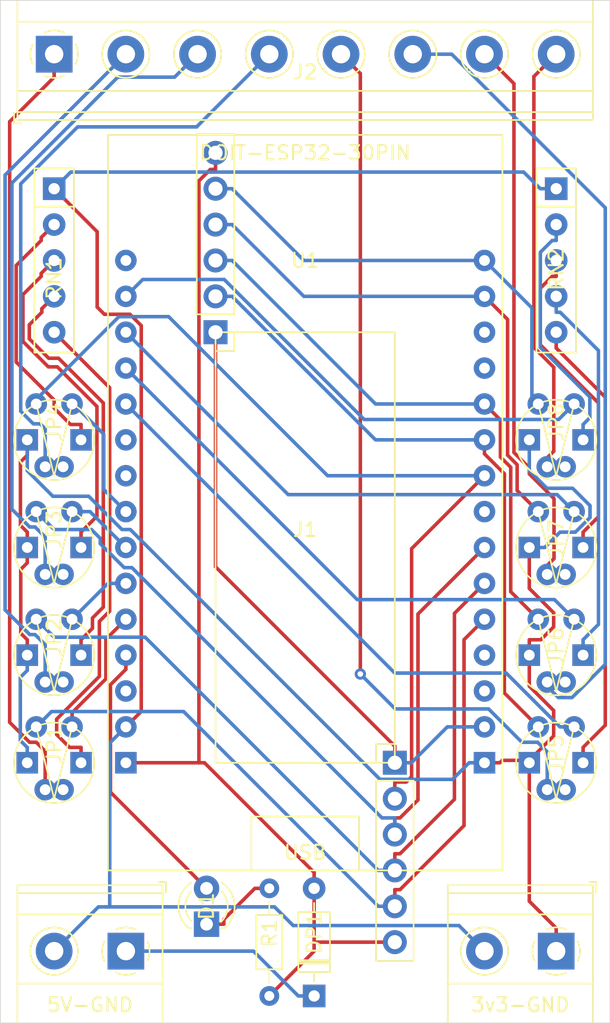
<source format=kicad_pcb>
(kicad_pcb (version 20171130) (host pcbnew 5.1.6+dfsg1-1)

  (general
    (thickness 1.6)
    (drawings 5)
    (tracks 326)
    (zones 0)
    (modules 18)
    (nets 40)
  )

  (page A4)
  (layers
    (0 F.Cu signal hide)
    (31 B.Cu signal hide)
    (32 B.Adhes user hide)
    (33 F.Adhes user hide)
    (34 B.Paste user hide)
    (35 F.Paste user hide)
    (36 B.SilkS user hide)
    (37 F.SilkS user)
    (38 B.Mask user hide)
    (39 F.Mask user hide)
    (40 Dwgs.User user hide)
    (41 Cmts.User user hide)
    (42 Eco1.User user hide)
    (43 Eco2.User user hide)
    (44 Edge.Cuts user)
    (45 Margin user hide)
    (46 B.CrtYd user hide)
    (47 F.CrtYd user hide)
    (48 B.Fab user hide)
    (49 F.Fab user hide)
  )

  (setup
    (last_trace_width 0.25)
    (trace_clearance 0.2)
    (zone_clearance 0.508)
    (zone_45_only no)
    (trace_min 0.2)
    (via_size 0.8)
    (via_drill 0.4)
    (via_min_size 0.4)
    (via_min_drill 0.3)
    (uvia_size 0.3)
    (uvia_drill 0.1)
    (uvias_allowed no)
    (uvia_min_size 0.2)
    (uvia_min_drill 0.1)
    (edge_width 0.05)
    (segment_width 0.2)
    (pcb_text_width 0.3)
    (pcb_text_size 1.5 1.5)
    (mod_edge_width 0.12)
    (mod_text_size 1 1)
    (mod_text_width 0.15)
    (pad_size 1.524 1.524)
    (pad_drill 0.762)
    (pad_to_mask_clearance 0.05)
    (aux_axis_origin 0 0)
    (visible_elements FFFFFF7F)
    (pcbplotparams
      (layerselection 0x010fc_ffffffff)
      (usegerberextensions false)
      (usegerberattributes true)
      (usegerberadvancedattributes true)
      (creategerberjobfile true)
      (excludeedgelayer true)
      (linewidth 0.100000)
      (plotframeref false)
      (viasonmask false)
      (mode 1)
      (useauxorigin false)
      (hpglpennumber 1)
      (hpglpenspeed 20)
      (hpglpendiameter 15.000000)
      (psnegative false)
      (psa4output false)
      (plotreference true)
      (plotvalue true)
      (plotinvisibletext false)
      (padsonsilk false)
      (subtractmaskfromsilk false)
      (outputformat 1)
      (mirror false)
      (drillshape 0)
      (scaleselection 1)
      (outputdirectory "gerber/"))
  )

  (net 0 "")
  (net 1 "Net-(3v3-GND1-Pad2)")
  (net 2 +3V3)
  (net 3 VCC)
  (net 4 "Net-(D1-Pad2)")
  (net 5 "Net-(D1-Pad1)")
  (net 6 +5V)
  (net 7 "Net-(J1-Pad4)")
  (net 8 "Net-(J1-Pad6)")
  (net 9 "Net-(J1-Pad5)")
  (net 10 "Net-(J1-Pad2)")
  (net 11 "Net-(J1-Pad3)")
  (net 12 "Net-(J1-Pad8)")
  (net 13 "Net-(J1-Pad9)")
  (net 14 "Net-(J1-Pad10)")
  (net 15 "Net-(J1-Pad11)")
  (net 16 "Net-(J2-Pad8)")
  (net 17 "Net-(J2-Pad7)")
  (net 18 "Net-(J2-Pad6)")
  (net 19 "Net-(J2-Pad5)")
  (net 20 "Net-(J2-Pad4)")
  (net 21 "Net-(J2-Pad3)")
  (net 22 "Net-(J2-Pad2)")
  (net 23 "Net-(J2-Pad1)")
  (net 24 "Net-(JP1-Pad4)")
  (net 25 "Net-(JP1-Pad1)")
  (net 26 "Net-(JP2-Pad4)")
  (net 27 "Net-(JP2-Pad1)")
  (net 28 "Net-(JP3-Pad4)")
  (net 29 "Net-(JP3-Pad1)")
  (net 30 "Net-(JP4-Pad4)")
  (net 31 "Net-(JP4-Pad1)")
  (net 32 "Net-(JP5-Pad4)")
  (net 33 "Net-(JP5-Pad1)")
  (net 34 "Net-(JP6-Pad4)")
  (net 35 "Net-(JP6-Pad1)")
  (net 36 "Net-(JP7-Pad4)")
  (net 37 "Net-(JP7-Pad1)")
  (net 38 "Net-(JP8-Pad4)")
  (net 39 "Net-(JP8-Pad1)")

  (net_class Default "This is the default net class."
    (clearance 0.2)
    (trace_width 0.25)
    (via_dia 0.8)
    (via_drill 0.4)
    (uvia_dia 0.3)
    (uvia_drill 0.1)
    (add_net +3V3)
    (add_net +5V)
    (add_net "Net-(3v3-GND1-Pad2)")
    (add_net "Net-(D1-Pad1)")
    (add_net "Net-(D1-Pad2)")
    (add_net "Net-(J1-Pad10)")
    (add_net "Net-(J1-Pad11)")
    (add_net "Net-(J1-Pad2)")
    (add_net "Net-(J1-Pad3)")
    (add_net "Net-(J1-Pad4)")
    (add_net "Net-(J1-Pad5)")
    (add_net "Net-(J1-Pad6)")
    (add_net "Net-(J1-Pad8)")
    (add_net "Net-(J1-Pad9)")
    (add_net "Net-(J2-Pad1)")
    (add_net "Net-(J2-Pad2)")
    (add_net "Net-(J2-Pad3)")
    (add_net "Net-(J2-Pad4)")
    (add_net "Net-(J2-Pad5)")
    (add_net "Net-(J2-Pad6)")
    (add_net "Net-(J2-Pad7)")
    (add_net "Net-(J2-Pad8)")
    (add_net "Net-(JP1-Pad1)")
    (add_net "Net-(JP1-Pad4)")
    (add_net "Net-(JP2-Pad1)")
    (add_net "Net-(JP2-Pad4)")
    (add_net "Net-(JP3-Pad1)")
    (add_net "Net-(JP3-Pad4)")
    (add_net "Net-(JP4-Pad1)")
    (add_net "Net-(JP4-Pad4)")
    (add_net "Net-(JP5-Pad1)")
    (add_net "Net-(JP5-Pad4)")
    (add_net "Net-(JP6-Pad1)")
    (add_net "Net-(JP6-Pad4)")
    (add_net "Net-(JP7-Pad1)")
    (add_net "Net-(JP7-Pad4)")
    (add_net "Net-(JP8-Pad1)")
    (add_net "Net-(JP8-Pad4)")
    (add_net VCC)
  )

  (module Resistor_THT:R_Array_SIP5 (layer F.Cu) (tedit 5A14249F) (tstamp 603286F3)
    (at 101.6 92.075 270)
    (descr "5-pin Resistor SIP pack")
    (tags R)
    (path /608F85E2)
    (fp_text reference RN2 (at 5.715 0 90) (layer F.SilkS)
      (effects (font (size 1 1) (thickness 0.15)))
    )
    (fp_text value R_1k (at 6.35 2.4 90) (layer F.Fab)
      (effects (font (size 1 1) (thickness 0.15)))
    )
    (fp_line (start 11.9 -1.65) (end -1.7 -1.65) (layer F.CrtYd) (width 0.05))
    (fp_line (start 11.9 1.65) (end 11.9 -1.65) (layer F.CrtYd) (width 0.05))
    (fp_line (start -1.7 1.65) (end 11.9 1.65) (layer F.CrtYd) (width 0.05))
    (fp_line (start -1.7 -1.65) (end -1.7 1.65) (layer F.CrtYd) (width 0.05))
    (fp_line (start 1.27 -1.4) (end 1.27 1.4) (layer F.SilkS) (width 0.12))
    (fp_line (start 11.6 -1.4) (end -1.44 -1.4) (layer F.SilkS) (width 0.12))
    (fp_line (start 11.6 1.4) (end 11.6 -1.4) (layer F.SilkS) (width 0.12))
    (fp_line (start -1.44 1.4) (end 11.6 1.4) (layer F.SilkS) (width 0.12))
    (fp_line (start -1.44 -1.4) (end -1.44 1.4) (layer F.SilkS) (width 0.12))
    (fp_line (start 1.27 -1.25) (end 1.27 1.25) (layer F.Fab) (width 0.1))
    (fp_line (start 11.45 -1.25) (end -1.29 -1.25) (layer F.Fab) (width 0.1))
    (fp_line (start 11.45 1.25) (end 11.45 -1.25) (layer F.Fab) (width 0.1))
    (fp_line (start -1.29 1.25) (end 11.45 1.25) (layer F.Fab) (width 0.1))
    (fp_line (start -1.29 -1.25) (end -1.29 1.25) (layer F.Fab) (width 0.1))
    (fp_text user %R (at 5.08 0 90) (layer F.Fab)
      (effects (font (size 1 1) (thickness 0.15)))
    )
    (pad 5 thru_hole oval (at 10.16 0 270) (size 1.6 1.6) (drill 0.8) (layers *.Cu *.Mask)
      (net 32 "Net-(JP5-Pad4)"))
    (pad 4 thru_hole oval (at 7.62 0 270) (size 1.6 1.6) (drill 0.8) (layers *.Cu *.Mask)
      (net 34 "Net-(JP6-Pad4)"))
    (pad 3 thru_hole oval (at 5.08 0 270) (size 1.6 1.6) (drill 0.8) (layers *.Cu *.Mask)
      (net 36 "Net-(JP7-Pad4)"))
    (pad 2 thru_hole oval (at 2.54 0 270) (size 1.6 1.6) (drill 0.8) (layers *.Cu *.Mask)
      (net 38 "Net-(JP8-Pad4)"))
    (pad 1 thru_hole rect (at 0 0 270) (size 1.6 1.6) (drill 0.8) (layers *.Cu *.Mask)
      (net 1 "Net-(3v3-GND1-Pad2)"))
    (model ${KISYS3DMOD}/Resistor_THT.3dshapes/R_Array_SIP5.wrl
      (at (xyz 0 0 0))
      (scale (xyz 1 1 1))
      (rotate (xyz 0 0 0))
    )
  )

  (module ESP32:PinHeader_3in2 (layer F.Cu) (tedit 603230AF) (tstamp 60328799)
    (at 102.87 128.905 90)
    (descr "Through hole straight pin header, 1x06, 2.54mm pitch, single row")
    (tags "Through hole pin header THT 1x06 2.54mm single row")
    (path /6046CF51)
    (fp_text reference JP5 (at -3.175 -1.27 90) (layer F.SilkS)
      (effects (font (size 1 1) (thickness 0.15)))
    )
    (fp_text value PinHeader_3x2 (at -6.35 -5.08 270) (layer F.Fab)
      (effects (font (size 1 1) (thickness 0.15)))
    )
    (fp_line (start -1.27 0) (end -6.35 -1.27) (layer F.SilkS) (width 0.12))
    (fp_line (start -6.35 -1.27) (end -1.27 -2.54) (layer F.SilkS) (width 0.12))
    (fp_circle (center -3.81 -1.27) (end -2.54 -3.81) (layer F.SilkS) (width 0.12))
    (pad 6 thru_hole circle (at -5.715 -1.905 90) (size 1.524 1.524) (drill 0.762) (layers *.Cu *.Mask)
      (net 19 "Net-(J2-Pad5)"))
    (pad 5 thru_hole rect (at -3.81 -3.175 90) (size 1.524 1.524) (drill 0.762) (layers *.Cu *.Mask)
      (net 2 +3V3))
    (pad 4 thru_hole rect (at -3.81 0.635 90) (size 1.524 1.524) (drill 0.762) (layers *.Cu *.Mask)
      (net 32 "Net-(JP5-Pad4)"))
    (pad 3 thru_hole circle (at -5.715 -0.635 90) (size 1.524 1.524) (drill 0.762) (layers *.Cu *.Mask))
    (pad 2 thru_hole circle (at -1.27 -2.54 90) (size 1.524 1.524) (drill 0.762) (layers *.Cu *.Mask)
      (net 9 "Net-(J1-Pad5)"))
    (pad 1 thru_hole circle (at -1.27 0 90) (size 1.524 1.524) (drill 0.762) (layers *.Cu *.Mask)
      (net 33 "Net-(JP5-Pad1)"))
    (model ${KISYS3DMOD}/Connector_PinHeader_2.54mm.3dshapes/PinHeader_1x06_P2.54mm_Vertical.wrl
      (at (xyz 0 0 0))
      (scale (xyz 1 1 1))
      (rotate (xyz 0 0 0))
    )
  )

  (module ESP32:PinHeader_3in2 (layer F.Cu) (tedit 603230AF) (tstamp 60322B42)
    (at 67.31 128.905 90)
    (descr "Through hole straight pin header, 1x06, 2.54mm pitch, single row")
    (tags "Through hole pin header THT 1x06 2.54mm single row")
    (path /603F47B2)
    (fp_text reference JP1 (at -2.54 -1.27 90) (layer F.SilkS)
      (effects (font (size 1 1) (thickness 0.15)))
    )
    (fp_text value PinHeader_3x2 (at -6.35 -5.08 270) (layer F.Fab)
      (effects (font (size 1 1) (thickness 0.15)))
    )
    (fp_line (start -1.27 0) (end -6.35 -1.27) (layer F.SilkS) (width 0.12))
    (fp_line (start -6.35 -1.27) (end -1.27 -2.54) (layer F.SilkS) (width 0.12))
    (fp_circle (center -3.81 -1.27) (end -2.54 -3.81) (layer F.SilkS) (width 0.12))
    (pad 6 thru_hole circle (at -5.715 -1.905 90) (size 1.524 1.524) (drill 0.762) (layers *.Cu *.Mask)
      (net 23 "Net-(J2-Pad1)"))
    (pad 5 thru_hole rect (at -3.81 -3.175 90) (size 1.524 1.524) (drill 0.762) (layers *.Cu *.Mask)
      (net 2 +3V3))
    (pad 4 thru_hole rect (at -3.81 0.635 90) (size 1.524 1.524) (drill 0.762) (layers *.Cu *.Mask)
      (net 24 "Net-(JP1-Pad4)"))
    (pad 3 thru_hole circle (at -5.715 -0.635 90) (size 1.524 1.524) (drill 0.762) (layers *.Cu *.Mask))
    (pad 2 thru_hole circle (at -1.27 -2.54 90) (size 1.524 1.524) (drill 0.762) (layers *.Cu *.Mask)
      (net 15 "Net-(J1-Pad11)"))
    (pad 1 thru_hole circle (at -1.27 0 90) (size 1.524 1.524) (drill 0.762) (layers *.Cu *.Mask)
      (net 25 "Net-(JP1-Pad1)"))
    (model ${KISYS3DMOD}/Connector_PinHeader_2.54mm.3dshapes/PinHeader_1x06_P2.54mm_Vertical.wrl
      (at (xyz 0 0 0))
      (scale (xyz 1 1 1))
      (rotate (xyz 0 0 0))
    )
  )

  (module ESP32:ESP32-DOIT-DEVKIT (layer F.Cu) (tedit 6030FACB) (tstamp 603276B3)
    (at 83.82 90.805)
    (path /603942E7)
    (fp_text reference U1 (at 0 6.35) (layer F.SilkS)
      (effects (font (size 1 1) (thickness 0.15)))
    )
    (fp_text value DOIT-ESP32-30PIN (at 0 -1.27) (layer F.SilkS)
      (effects (font (size 1 1) (thickness 0.15)))
    )
    (fp_line (start 13.97 -2.54) (end 13.97 38.1) (layer F.CrtYd) (width 0.15))
    (fp_line (start -13.97 38.1) (end -13.97 -2.54) (layer F.CrtYd) (width 0.15))
    (fp_line (start -13.97 38.1) (end -13.97 44.45) (layer F.CrtYd) (width 0.15))
    (fp_line (start 13.97 44.45) (end 13.97 38.1) (layer F.CrtYd) (width 0.15))
    (fp_line (start -13.97 44.45) (end -13.97 46.99) (layer F.SilkS) (width 0.12))
    (fp_line (start 13.97 46.99) (end 13.97 44.45) (layer F.SilkS) (width 0.12))
    (fp_line (start -13.97 -2.54) (end 13.97 -2.54) (layer F.SilkS) (width 0.12))
    (fp_line (start -13.97 -2.54) (end 13.97 -2.54) (layer F.CrtYd) (width 0.15))
    (fp_line (start -13.97 44.45) (end -13.97 49.53) (layer F.CrtYd) (width 0.15))
    (fp_line (start -13.97 49.53) (end 13.97 49.53) (layer F.CrtYd) (width 0.15))
    (fp_line (start 13.97 49.53) (end 13.97 44.45) (layer F.CrtYd) (width 0.15))
    (fp_line (start -3.81 49.53) (end -3.81 45.72) (layer F.CrtYd) (width 0.12))
    (fp_line (start -3.81 45.72) (end 3.81 45.72) (layer F.CrtYd) (width 0.12))
    (fp_line (start 3.81 45.72) (end 3.81 49.53) (layer F.CrtYd) (width 0.12))
    (fp_line (start -8.89 2.54) (end -8.89 0) (layer F.CrtYd) (width 0.12))
    (fp_line (start -8.89 0) (end -6.35 0) (layer F.CrtYd) (width 0.12))
    (fp_line (start -6.35 0) (end -6.35 3.81) (layer F.CrtYd) (width 0.12))
    (fp_line (start -6.35 3.81) (end -3.81 3.81) (layer F.CrtYd) (width 0.12))
    (fp_line (start -3.81 3.81) (end -3.81 0) (layer F.CrtYd) (width 0.12))
    (fp_line (start -3.81 0) (end -1.27 0) (layer F.CrtYd) (width 0.12))
    (fp_line (start -1.27 0) (end -1.27 3.81) (layer F.CrtYd) (width 0.12))
    (fp_line (start -1.27 3.81) (end 1.27 3.81) (layer F.CrtYd) (width 0.12))
    (fp_line (start 1.27 3.81) (end 1.27 0) (layer F.CrtYd) (width 0.12))
    (fp_line (start 1.27 0) (end 3.81 0) (layer F.CrtYd) (width 0.12))
    (fp_line (start 3.81 0) (end 3.81 3.81) (layer F.CrtYd) (width 0.12))
    (fp_line (start 3.81 3.81) (end 6.35 3.81) (layer F.CrtYd) (width 0.12))
    (fp_line (start 6.35 3.81) (end 6.35 0) (layer F.CrtYd) (width 0.12))
    (fp_line (start 6.35 0) (end 8.89 0) (layer F.CrtYd) (width 0.12))
    (fp_line (start 8.89 0) (end 8.89 2.54) (layer F.CrtYd) (width 0.12))
    (fp_line (start 13.97 -2.54) (end 13.97 49.53) (layer F.SilkS) (width 0.12))
    (fp_line (start 13.97 49.53) (end 3.81 49.53) (layer F.SilkS) (width 0.12))
    (fp_line (start 3.81 49.53) (end 3.81 45.72) (layer F.SilkS) (width 0.12))
    (fp_line (start 3.81 45.72) (end -3.81 45.72) (layer F.SilkS) (width 0.12))
    (fp_line (start -3.81 45.72) (end -3.81 49.53) (layer F.SilkS) (width 0.12))
    (fp_line (start -3.81 49.53) (end -13.97 49.53) (layer F.SilkS) (width 0.12))
    (fp_line (start -13.97 49.53) (end -13.97 -2.54) (layer F.SilkS) (width 0.12))
    (fp_line (start -3.81 49.53) (end 3.81 49.53) (layer F.SilkS) (width 0.12))
    (fp_text user 3V3 (at 10.16 41.91) (layer F.CrtYd)
      (effects (font (size 1 1) (thickness 0.15)))
    )
    (fp_text user GND (at -11.43 39.37) (layer F.CrtYd)
      (effects (font (size 1 1) (thickness 0.15)) (justify left))
    )
    (fp_text user D15 (at 11.43 36.83) (layer F.CrtYd)
      (effects (font (size 1 1) (thickness 0.15)) (justify right))
    )
    (fp_text user D2 (at 11.43 34.29) (layer F.CrtYd)
      (effects (font (size 1 1) (thickness 0.15)) (justify right))
    )
    (fp_text user D4 (at 11.43 31.75) (layer F.CrtYd)
      (effects (font (size 1 1) (thickness 0.15)) (justify right))
    )
    (fp_text user D16 (at 11.43 29.21) (layer F.CrtYd)
      (effects (font (size 1 1) (thickness 0.15)) (justify right))
    )
    (fp_text user D17 (at 11.43 26.67) (layer F.CrtYd)
      (effects (font (size 1 1) (thickness 0.15)) (justify right))
    )
    (fp_text user D5 (at 11.43 24.13) (layer F.CrtYd)
      (effects (font (size 1 1) (thickness 0.15)) (justify right))
    )
    (fp_text user D18 (at 11.43 21.59) (layer F.CrtYd)
      (effects (font (size 1 1) (thickness 0.15)) (justify right))
    )
    (fp_text user D19 (at 11.43 19.05) (layer F.CrtYd)
      (effects (font (size 1 1) (thickness 0.15)) (justify right))
    )
    (fp_text user D21 (at 11.43 16.51) (layer F.CrtYd)
      (effects (font (size 1 1) (thickness 0.15)) (justify right))
    )
    (fp_text user D3-RXD (at 11.43 13.97) (layer F.CrtYd)
      (effects (font (size 1 1) (thickness 0.15)) (justify right))
    )
    (fp_text user USB (at 0 48.26) (layer F.SilkS)
      (effects (font (size 1 1) (thickness 0.15)))
    )
    (fp_text user D1-TXD (at 11.43 11.43) (layer F.CrtYd)
      (effects (font (size 1 1) (thickness 0.15)) (justify right))
    )
    (fp_text user D22 (at 11.43 8.89) (layer F.CrtYd)
      (effects (font (size 1 1) (thickness 0.15)) (justify right))
    )
    (fp_text user D23 (at 11.43 6.35) (layer F.CrtYd)
      (effects (font (size 1 1) (thickness 0.15)) (justify right))
    )
    (fp_text user VIN (at -11.43 41.91) (layer F.CrtYd)
      (effects (font (size 1 1) (thickness 0.15)) (justify left))
    )
    (fp_text user GND (at -11.43 39.37) (layer F.CrtYd)
      (effects (font (size 1 1) (thickness 0.15)) (justify left))
    )
    (fp_text user D13 (at -11.43 36.83) (layer F.CrtYd)
      (effects (font (size 1 1) (thickness 0.15)) (justify left))
    )
    (fp_text user D12 (at -11.43 34.29) (layer F.CrtYd)
      (effects (font (size 1 1) (thickness 0.15)) (justify left))
    )
    (fp_text user D14 (at -11.43 31.75) (layer F.CrtYd)
      (effects (font (size 1 1) (thickness 0.15)) (justify left))
    )
    (fp_text user D27 (at -11.43 29.21) (layer F.CrtYd)
      (effects (font (size 1 1) (thickness 0.15)) (justify left))
    )
    (fp_text user D26 (at -11.43 26.67) (layer F.CrtYd)
      (effects (font (size 1 1) (thickness 0.15)) (justify left))
    )
    (fp_text user D25 (at -11.43 24.13) (layer F.CrtYd)
      (effects (font (size 1 1) (thickness 0.15)) (justify left))
    )
    (fp_text user D33 (at -11.43 21.59) (layer F.CrtYd)
      (effects (font (size 1 1) (thickness 0.15)) (justify left))
    )
    (fp_text user D32 (at -11.43 19.05) (layer F.CrtYd)
      (effects (font (size 1 1) (thickness 0.15)) (justify left))
    )
    (fp_text user D35 (at -11.43 16.51) (layer F.CrtYd)
      (effects (font (size 1 1) (thickness 0.15)) (justify left))
    )
    (fp_text user D34 (at -11.43 13.97) (layer F.CrtYd)
      (effects (font (size 1 1) (thickness 0.15)) (justify left))
    )
    (fp_text user VN-D39 (at -11.43 11.43) (layer F.CrtYd)
      (effects (font (size 1 1) (thickness 0.15)) (justify left))
    )
    (fp_text user VP-D36 (at -11.43 8.89) (layer F.CrtYd)
      (effects (font (size 1 1) (thickness 0.15)) (justify left))
    )
    (fp_text user EN (at -11.43 6.35) (layer F.CrtYd)
      (effects (font (size 1 1) (thickness 0.15)) (justify left))
    )
    (pad 1 thru_hole circle (at -12.7 6.35) (size 1.524 1.524) (drill 0.762) (layers *.Cu *.Mask))
    (pad 2 thru_hole circle (at -12.7 8.89) (size 1.524 1.524) (drill 0.762) (layers *.Cu *.Mask)
      (net 39 "Net-(JP8-Pad1)"))
    (pad 3 thru_hole circle (at -12.7 11.43) (size 1.524 1.524) (drill 0.762) (layers *.Cu *.Mask)
      (net 37 "Net-(JP7-Pad1)"))
    (pad 4 thru_hole circle (at -12.7 13.97) (size 1.524 1.524) (drill 0.762) (layers *.Cu *.Mask)
      (net 35 "Net-(JP6-Pad1)"))
    (pad 5 thru_hole circle (at -12.7 16.51) (size 1.524 1.524) (drill 0.762) (layers *.Cu *.Mask)
      (net 33 "Net-(JP5-Pad1)"))
    (pad 6 thru_hole circle (at -12.7 19.05) (size 1.524 1.524) (drill 0.762) (layers *.Cu *.Mask))
    (pad 7 thru_hole circle (at -12.7 21.59) (size 1.524 1.524) (drill 0.762) (layers *.Cu *.Mask))
    (pad 8 thru_hole circle (at -12.7 24.13) (size 1.524 1.524) (drill 0.762) (layers *.Cu *.Mask)
      (net 31 "Net-(JP4-Pad1)"))
    (pad 9 thru_hole circle (at -12.7 26.67) (size 1.524 1.524) (drill 0.762) (layers *.Cu *.Mask)
      (net 29 "Net-(JP3-Pad1)"))
    (pad 10 thru_hole circle (at -12.7 29.21) (size 1.524 1.524) (drill 0.762) (layers *.Cu *.Mask)
      (net 27 "Net-(JP2-Pad1)"))
    (pad 11 thru_hole circle (at -12.7 31.75) (size 1.524 1.524) (drill 0.762) (layers *.Cu *.Mask)
      (net 25 "Net-(JP1-Pad1)"))
    (pad 12 thru_hole circle (at -12.7 34.29) (size 1.524 1.524) (drill 0.762) (layers *.Cu *.Mask)
      (net 4 "Net-(D1-Pad2)"))
    (pad 13 thru_hole circle (at -12.7 36.83) (size 1.524 1.524) (drill 0.762) (layers *.Cu *.Mask))
    (pad 18 thru_hole circle (at 12.7 36.83) (size 1.524 1.524) (drill 0.762) (layers *.Cu *.Mask))
    (pad 19 thru_hole circle (at 12.7 34.29) (size 1.524 1.524) (drill 0.762) (layers *.Cu *.Mask))
    (pad 20 thru_hole circle (at 12.7 31.75) (size 1.524 1.524) (drill 0.762) (layers *.Cu *.Mask)
      (net 15 "Net-(J1-Pad11)"))
    (pad 21 thru_hole circle (at 12.7 29.21) (size 1.524 1.524) (drill 0.762) (layers *.Cu *.Mask)
      (net 14 "Net-(J1-Pad10)"))
    (pad 22 thru_hole circle (at 12.7 26.67) (size 1.524 1.524) (drill 0.762) (layers *.Cu *.Mask)
      (net 13 "Net-(J1-Pad9)"))
    (pad 23 thru_hole circle (at 12.7 24.13) (size 1.524 1.524) (drill 0.762) (layers *.Cu *.Mask))
    (pad 24 thru_hole circle (at 12.7 21.59) (size 1.524 1.524) (drill 0.762) (layers *.Cu *.Mask)
      (net 12 "Net-(J1-Pad8)"))
    (pad 25 thru_hole circle (at 12.7 19.05) (size 1.524 1.524) (drill 0.762) (layers *.Cu *.Mask)
      (net 9 "Net-(J1-Pad5)"))
    (pad 26 thru_hole circle (at 12.7 16.51) (size 1.524 1.524) (drill 0.762) (layers *.Cu *.Mask)
      (net 7 "Net-(J1-Pad4)"))
    (pad 27 thru_hole circle (at 12.7 13.97) (size 1.524 1.524) (drill 0.762) (layers *.Cu *.Mask))
    (pad 28 thru_hole circle (at 12.7 11.43) (size 1.524 1.524) (drill 0.762) (layers *.Cu *.Mask))
    (pad 29 thru_hole circle (at 12.7 8.89) (size 1.524 1.524) (drill 0.762) (layers *.Cu *.Mask)
      (net 11 "Net-(J1-Pad3)"))
    (pad 30 thru_hole circle (at 12.7 6.35) (size 1.524 1.524) (drill 0.762) (layers *.Cu *.Mask)
      (net 10 "Net-(J1-Pad2)"))
    (pad 14 thru_hole circle (at -12.7 39.37) (size 1.524 1.524) (drill 0.762) (layers *.Cu *.Mask)
      (net 1 "Net-(3v3-GND1-Pad2)"))
    (pad 17 thru_hole circle (at 12.7 39.37) (size 1.524 1.524) (drill 0.762) (layers *.Cu *.Mask)
      (net 8 "Net-(J1-Pad6)"))
    (pad 16 thru_hole rect (at 12.7 41.91) (size 1.524 1.524) (drill 0.762) (layers *.Cu *.Mask)
      (net 2 +3V3))
    (pad 15 thru_hole rect (at -12.7 41.91) (size 1.524 1.524) (drill 0.762) (layers *.Cu *.Mask)
      (net 6 +5V))
  )

  (module Resistor_THT:R_Array_SIP5 (layer F.Cu) (tedit 5A14249F) (tstamp 60322BC5)
    (at 66.04 92.075 270)
    (descr "5-pin Resistor SIP pack")
    (tags R)
    (path /603540B2)
    (fp_text reference RN1 (at 6.35 0 90) (layer F.SilkS)
      (effects (font (size 1 1) (thickness 0.15)))
    )
    (fp_text value R_1k (at 6.35 2.4 90) (layer F.Fab)
      (effects (font (size 1 1) (thickness 0.15)))
    )
    (fp_line (start 11.9 -1.65) (end -1.7 -1.65) (layer F.CrtYd) (width 0.05))
    (fp_line (start 11.9 1.65) (end 11.9 -1.65) (layer F.CrtYd) (width 0.05))
    (fp_line (start -1.7 1.65) (end 11.9 1.65) (layer F.CrtYd) (width 0.05))
    (fp_line (start -1.7 -1.65) (end -1.7 1.65) (layer F.CrtYd) (width 0.05))
    (fp_line (start 1.27 -1.4) (end 1.27 1.4) (layer F.SilkS) (width 0.12))
    (fp_line (start 11.6 -1.4) (end -1.44 -1.4) (layer F.SilkS) (width 0.12))
    (fp_line (start 11.6 1.4) (end 11.6 -1.4) (layer F.SilkS) (width 0.12))
    (fp_line (start -1.44 1.4) (end 11.6 1.4) (layer F.SilkS) (width 0.12))
    (fp_line (start -1.44 -1.4) (end -1.44 1.4) (layer F.SilkS) (width 0.12))
    (fp_line (start 1.27 -1.25) (end 1.27 1.25) (layer F.Fab) (width 0.1))
    (fp_line (start 11.45 -1.25) (end -1.29 -1.25) (layer F.Fab) (width 0.1))
    (fp_line (start 11.45 1.25) (end 11.45 -1.25) (layer F.Fab) (width 0.1))
    (fp_line (start -1.29 1.25) (end 11.45 1.25) (layer F.Fab) (width 0.1))
    (fp_line (start -1.29 -1.25) (end -1.29 1.25) (layer F.Fab) (width 0.1))
    (fp_text user %R (at 5.08 0 90) (layer F.Fab)
      (effects (font (size 1 1) (thickness 0.15)))
    )
    (pad 5 thru_hole oval (at 10.16 0 270) (size 1.6 1.6) (drill 0.8) (layers *.Cu *.Mask)
      (net 24 "Net-(JP1-Pad4)"))
    (pad 4 thru_hole oval (at 7.62 0 270) (size 1.6 1.6) (drill 0.8) (layers *.Cu *.Mask)
      (net 26 "Net-(JP2-Pad4)"))
    (pad 3 thru_hole oval (at 5.08 0 270) (size 1.6 1.6) (drill 0.8) (layers *.Cu *.Mask)
      (net 28 "Net-(JP3-Pad4)"))
    (pad 2 thru_hole oval (at 2.54 0 270) (size 1.6 1.6) (drill 0.8) (layers *.Cu *.Mask)
      (net 30 "Net-(JP4-Pad4)"))
    (pad 1 thru_hole rect (at 0 0 270) (size 1.6 1.6) (drill 0.8) (layers *.Cu *.Mask)
      (net 1 "Net-(3v3-GND1-Pad2)"))
    (model ${KISYS3DMOD}/Resistor_THT.3dshapes/R_Array_SIP5.wrl
      (at (xyz 0 0 0))
      (scale (xyz 1 1 1))
      (rotate (xyz 0 0 0))
    )
  )

  (module Resistor_THT:R_Axial_DIN0204_L3.6mm_D1.6mm_P7.62mm_Horizontal (layer F.Cu) (tedit 5AE5139B) (tstamp 603274F1)
    (at 81.28 149.225 90)
    (descr "Resistor, Axial_DIN0204 series, Axial, Horizontal, pin pitch=7.62mm, 0.167W, length*diameter=3.6*1.6mm^2, http://cdn-reichelt.de/documents/datenblatt/B400/1_4W%23YAG.pdf")
    (tags "Resistor Axial_DIN0204 series Axial Horizontal pin pitch 7.62mm 0.167W length 3.6mm diameter 1.6mm")
    (path /6033E0DA)
    (fp_text reference R1 (at 4.445 0 90) (layer F.SilkS)
      (effects (font (size 1 1) (thickness 0.15)))
    )
    (fp_text value 220 (at 3.81 1.92 90) (layer F.Fab)
      (effects (font (size 1 1) (thickness 0.15)))
    )
    (fp_line (start 8.57 -1.05) (end -0.95 -1.05) (layer F.CrtYd) (width 0.05))
    (fp_line (start 8.57 1.05) (end 8.57 -1.05) (layer F.CrtYd) (width 0.05))
    (fp_line (start -0.95 1.05) (end 8.57 1.05) (layer F.CrtYd) (width 0.05))
    (fp_line (start -0.95 -1.05) (end -0.95 1.05) (layer F.CrtYd) (width 0.05))
    (fp_line (start 6.68 0) (end 5.73 0) (layer F.SilkS) (width 0.12))
    (fp_line (start 0.94 0) (end 1.89 0) (layer F.SilkS) (width 0.12))
    (fp_line (start 5.73 -0.92) (end 1.89 -0.92) (layer F.SilkS) (width 0.12))
    (fp_line (start 5.73 0.92) (end 5.73 -0.92) (layer F.SilkS) (width 0.12))
    (fp_line (start 1.89 0.92) (end 5.73 0.92) (layer F.SilkS) (width 0.12))
    (fp_line (start 1.89 -0.92) (end 1.89 0.92) (layer F.SilkS) (width 0.12))
    (fp_line (start 7.62 0) (end 5.61 0) (layer F.Fab) (width 0.1))
    (fp_line (start 0 0) (end 2.01 0) (layer F.Fab) (width 0.1))
    (fp_line (start 5.61 -0.8) (end 2.01 -0.8) (layer F.Fab) (width 0.1))
    (fp_line (start 5.61 0.8) (end 5.61 -0.8) (layer F.Fab) (width 0.1))
    (fp_line (start 2.01 0.8) (end 5.61 0.8) (layer F.Fab) (width 0.1))
    (fp_line (start 2.01 -0.8) (end 2.01 0.8) (layer F.Fab) (width 0.1))
    (fp_text user %R (at 3.81 0 90) (layer F.Fab)
      (effects (font (size 0.72 0.72) (thickness 0.108)))
    )
    (pad 2 thru_hole oval (at 7.62 0 90) (size 1.4 1.4) (drill 0.7) (layers *.Cu *.Mask)
      (net 5 "Net-(D1-Pad1)"))
    (pad 1 thru_hole circle (at 0 0 90) (size 1.4 1.4) (drill 0.7) (layers *.Cu *.Mask)
      (net 6 +5V))
    (model ${KISYS3DMOD}/Resistor_THT.3dshapes/R_Axial_DIN0204_L3.6mm_D1.6mm_P7.62mm_Horizontal.wrl
      (at (xyz 0 0 0))
      (scale (xyz 1 1 1))
      (rotate (xyz 0 0 0))
    )
  )

  (module ESP32:PinHeader_3in2 (layer F.Cu) (tedit 603230AF) (tstamp 60328AE2)
    (at 102.87 106.045 90)
    (descr "Through hole straight pin header, 1x06, 2.54mm pitch, single row")
    (tags "Through hole pin header THT 1x06 2.54mm single row")
    (path /6046E56E)
    (fp_text reference JP8 (at -2.54 -1.27 90) (layer F.SilkS)
      (effects (font (size 1 1) (thickness 0.15)))
    )
    (fp_text value PinHeader_3x2 (at -6.35 -5.08 270) (layer F.Fab)
      (effects (font (size 1 1) (thickness 0.15)))
    )
    (fp_line (start -1.27 0) (end -6.35 -1.27) (layer F.SilkS) (width 0.12))
    (fp_line (start -6.35 -1.27) (end -1.27 -2.54) (layer F.SilkS) (width 0.12))
    (fp_circle (center -3.81 -1.27) (end -2.54 -3.81) (layer F.SilkS) (width 0.12))
    (pad 6 thru_hole circle (at -5.715 -1.905 90) (size 1.524 1.524) (drill 0.762) (layers *.Cu *.Mask)
      (net 16 "Net-(J2-Pad8)"))
    (pad 5 thru_hole rect (at -3.81 -3.175 90) (size 1.524 1.524) (drill 0.762) (layers *.Cu *.Mask)
      (net 2 +3V3))
    (pad 4 thru_hole rect (at -3.81 0.635 90) (size 1.524 1.524) (drill 0.762) (layers *.Cu *.Mask)
      (net 38 "Net-(JP8-Pad4)"))
    (pad 3 thru_hole circle (at -5.715 -0.635 90) (size 1.524 1.524) (drill 0.762) (layers *.Cu *.Mask))
    (pad 2 thru_hole circle (at -1.27 -2.54 90) (size 1.524 1.524) (drill 0.762) (layers *.Cu *.Mask)
      (net 10 "Net-(J1-Pad2)"))
    (pad 1 thru_hole circle (at -1.27 0 90) (size 1.524 1.524) (drill 0.762) (layers *.Cu *.Mask)
      (net 39 "Net-(JP8-Pad1)"))
    (model ${KISYS3DMOD}/Connector_PinHeader_2.54mm.3dshapes/PinHeader_1x06_P2.54mm_Vertical.wrl
      (at (xyz 0 0 0))
      (scale (xyz 1 1 1))
      (rotate (xyz 0 0 0))
    )
  )

  (module ESP32:PinHeader_3in2 (layer F.Cu) (tedit 603230AF) (tstamp 60328A16)
    (at 102.87 113.665 90)
    (descr "Through hole straight pin header, 1x06, 2.54mm pitch, single row")
    (tags "Through hole pin header THT 1x06 2.54mm single row")
    (path /6046DF8F)
    (fp_text reference JP7 (at -3.175 -1.27 90) (layer F.SilkS)
      (effects (font (size 1 1) (thickness 0.15)))
    )
    (fp_text value PinHeader_3x2 (at -6.35 -5.08 270) (layer F.Fab)
      (effects (font (size 1 1) (thickness 0.15)))
    )
    (fp_line (start -1.27 0) (end -6.35 -1.27) (layer F.SilkS) (width 0.12))
    (fp_line (start -6.35 -1.27) (end -1.27 -2.54) (layer F.SilkS) (width 0.12))
    (fp_circle (center -3.81 -1.27) (end -2.54 -3.81) (layer F.SilkS) (width 0.12))
    (pad 6 thru_hole circle (at -5.715 -1.905 90) (size 1.524 1.524) (drill 0.762) (layers *.Cu *.Mask)
      (net 17 "Net-(J2-Pad7)"))
    (pad 5 thru_hole rect (at -3.81 -3.175 90) (size 1.524 1.524) (drill 0.762) (layers *.Cu *.Mask)
      (net 2 +3V3))
    (pad 4 thru_hole rect (at -3.81 0.635 90) (size 1.524 1.524) (drill 0.762) (layers *.Cu *.Mask)
      (net 36 "Net-(JP7-Pad4)"))
    (pad 3 thru_hole circle (at -5.715 -0.635 90) (size 1.524 1.524) (drill 0.762) (layers *.Cu *.Mask))
    (pad 2 thru_hole circle (at -1.27 -2.54 90) (size 1.524 1.524) (drill 0.762) (layers *.Cu *.Mask)
      (net 11 "Net-(J1-Pad3)"))
    (pad 1 thru_hole circle (at -1.27 0 90) (size 1.524 1.524) (drill 0.762) (layers *.Cu *.Mask)
      (net 37 "Net-(JP7-Pad1)"))
    (model ${KISYS3DMOD}/Connector_PinHeader_2.54mm.3dshapes/PinHeader_1x06_P2.54mm_Vertical.wrl
      (at (xyz 0 0 0))
      (scale (xyz 1 1 1))
      (rotate (xyz 0 0 0))
    )
  )

  (module ESP32:PinHeader_3in2 (layer F.Cu) (tedit 603230AF) (tstamp 6032872D)
    (at 102.87 121.285 90)
    (descr "Through hole straight pin header, 1x06, 2.54mm pitch, single row")
    (tags "Through hole pin header THT 1x06 2.54mm single row")
    (path /6046DA09)
    (fp_text reference JP6 (at -3.175 -1.27 90) (layer F.SilkS)
      (effects (font (size 1 1) (thickness 0.15)))
    )
    (fp_text value PinHeader_3x2 (at -6.35 -5.08 270) (layer F.Fab)
      (effects (font (size 1 1) (thickness 0.15)))
    )
    (fp_line (start -1.27 0) (end -6.35 -1.27) (layer F.SilkS) (width 0.12))
    (fp_line (start -6.35 -1.27) (end -1.27 -2.54) (layer F.SilkS) (width 0.12))
    (fp_circle (center -3.81 -1.27) (end -2.54 -3.81) (layer F.SilkS) (width 0.12))
    (pad 6 thru_hole circle (at -5.715 -1.905 90) (size 1.524 1.524) (drill 0.762) (layers *.Cu *.Mask)
      (net 18 "Net-(J2-Pad6)"))
    (pad 5 thru_hole rect (at -3.81 -3.175 90) (size 1.524 1.524) (drill 0.762) (layers *.Cu *.Mask)
      (net 2 +3V3))
    (pad 4 thru_hole rect (at -3.81 0.635 90) (size 1.524 1.524) (drill 0.762) (layers *.Cu *.Mask)
      (net 34 "Net-(JP6-Pad4)"))
    (pad 3 thru_hole circle (at -5.715 -0.635 90) (size 1.524 1.524) (drill 0.762) (layers *.Cu *.Mask))
    (pad 2 thru_hole circle (at -1.27 -2.54 90) (size 1.524 1.524) (drill 0.762) (layers *.Cu *.Mask)
      (net 7 "Net-(J1-Pad4)"))
    (pad 1 thru_hole circle (at -1.27 0 90) (size 1.524 1.524) (drill 0.762) (layers *.Cu *.Mask)
      (net 35 "Net-(JP6-Pad1)"))
    (model ${KISYS3DMOD}/Connector_PinHeader_2.54mm.3dshapes/PinHeader_1x06_P2.54mm_Vertical.wrl
      (at (xyz 0 0 0))
      (scale (xyz 1 1 1))
      (rotate (xyz 0 0 0))
    )
  )

  (module ESP32:PinHeader_3in2 (layer F.Cu) (tedit 603230AF) (tstamp 603289BE)
    (at 67.31 106.045 90)
    (descr "Through hole straight pin header, 1x06, 2.54mm pitch, single row")
    (tags "Through hole pin header THT 1x06 2.54mm single row")
    (path /6046CAD0)
    (fp_text reference JP4 (at -2.54 -1.27 90) (layer F.SilkS)
      (effects (font (size 1 1) (thickness 0.15)))
    )
    (fp_text value PinHeader_3x2 (at -6.35 -5.08 270) (layer F.Fab)
      (effects (font (size 1 1) (thickness 0.15)))
    )
    (fp_line (start -1.27 0) (end -6.35 -1.27) (layer F.SilkS) (width 0.12))
    (fp_line (start -6.35 -1.27) (end -1.27 -2.54) (layer F.SilkS) (width 0.12))
    (fp_circle (center -3.81 -1.27) (end -2.54 -3.81) (layer F.SilkS) (width 0.12))
    (pad 6 thru_hole circle (at -5.715 -1.905 90) (size 1.524 1.524) (drill 0.762) (layers *.Cu *.Mask)
      (net 20 "Net-(J2-Pad4)"))
    (pad 5 thru_hole rect (at -3.81 -3.175 90) (size 1.524 1.524) (drill 0.762) (layers *.Cu *.Mask)
      (net 2 +3V3))
    (pad 4 thru_hole rect (at -3.81 0.635 90) (size 1.524 1.524) (drill 0.762) (layers *.Cu *.Mask)
      (net 30 "Net-(JP4-Pad4)"))
    (pad 3 thru_hole circle (at -5.715 -0.635 90) (size 1.524 1.524) (drill 0.762) (layers *.Cu *.Mask))
    (pad 2 thru_hole circle (at -1.27 -2.54 90) (size 1.524 1.524) (drill 0.762) (layers *.Cu *.Mask)
      (net 12 "Net-(J1-Pad8)"))
    (pad 1 thru_hole circle (at -1.27 0 90) (size 1.524 1.524) (drill 0.762) (layers *.Cu *.Mask)
      (net 31 "Net-(JP4-Pad1)"))
    (model ${KISYS3DMOD}/Connector_PinHeader_2.54mm.3dshapes/PinHeader_1x06_P2.54mm_Vertical.wrl
      (at (xyz 0 0 0))
      (scale (xyz 1 1 1))
      (rotate (xyz 0 0 0))
    )
  )

  (module ESP32:PinHeader_3in2 (layer F.Cu) (tedit 603230AF) (tstamp 60322B5A)
    (at 67.31 113.665 90)
    (descr "Through hole straight pin header, 1x06, 2.54mm pitch, single row")
    (tags "Through hole pin header THT 1x06 2.54mm single row")
    (path /6046C1D0)
    (fp_text reference JP3 (at -2.54 -1.27 90) (layer F.SilkS)
      (effects (font (size 1 1) (thickness 0.15)))
    )
    (fp_text value PinHeader_3x2 (at -6.35 -5.08 270) (layer F.Fab)
      (effects (font (size 1 1) (thickness 0.15)))
    )
    (fp_line (start -1.27 0) (end -6.35 -1.27) (layer F.SilkS) (width 0.12))
    (fp_line (start -6.35 -1.27) (end -1.27 -2.54) (layer F.SilkS) (width 0.12))
    (fp_circle (center -3.81 -1.27) (end -2.54 -3.81) (layer F.SilkS) (width 0.12))
    (pad 6 thru_hole circle (at -5.715 -1.905 90) (size 1.524 1.524) (drill 0.762) (layers *.Cu *.Mask)
      (net 21 "Net-(J2-Pad3)"))
    (pad 5 thru_hole rect (at -3.81 -3.175 90) (size 1.524 1.524) (drill 0.762) (layers *.Cu *.Mask)
      (net 2 +3V3))
    (pad 4 thru_hole rect (at -3.81 0.635 90) (size 1.524 1.524) (drill 0.762) (layers *.Cu *.Mask)
      (net 28 "Net-(JP3-Pad4)"))
    (pad 3 thru_hole circle (at -5.715 -0.635 90) (size 1.524 1.524) (drill 0.762) (layers *.Cu *.Mask))
    (pad 2 thru_hole circle (at -1.27 -2.54 90) (size 1.524 1.524) (drill 0.762) (layers *.Cu *.Mask)
      (net 13 "Net-(J1-Pad9)"))
    (pad 1 thru_hole circle (at -1.27 0 90) (size 1.524 1.524) (drill 0.762) (layers *.Cu *.Mask)
      (net 29 "Net-(JP3-Pad1)"))
    (model ${KISYS3DMOD}/Connector_PinHeader_2.54mm.3dshapes/PinHeader_1x06_P2.54mm_Vertical.wrl
      (at (xyz 0 0 0))
      (scale (xyz 1 1 1))
      (rotate (xyz 0 0 0))
    )
  )

  (module ESP32:PinHeader_3in2 (layer F.Cu) (tedit 603230AF) (tstamp 60322B4E)
    (at 67.31 121.285 90)
    (descr "Through hole straight pin header, 1x06, 2.54mm pitch, single row")
    (tags "Through hole pin header THT 1x06 2.54mm single row")
    (path /6046BDBF)
    (fp_text reference JP2 (at -2.54 -1.27 90) (layer F.SilkS)
      (effects (font (size 1 1) (thickness 0.15)))
    )
    (fp_text value PinHeader_3x2 (at -6.35 -5.08 270) (layer F.Fab)
      (effects (font (size 1 1) (thickness 0.15)))
    )
    (fp_line (start -1.27 0) (end -6.35 -1.27) (layer F.SilkS) (width 0.12))
    (fp_line (start -6.35 -1.27) (end -1.27 -2.54) (layer F.SilkS) (width 0.12))
    (fp_circle (center -3.81 -1.27) (end -2.54 -3.81) (layer F.SilkS) (width 0.12))
    (pad 6 thru_hole circle (at -5.715 -1.905 90) (size 1.524 1.524) (drill 0.762) (layers *.Cu *.Mask)
      (net 22 "Net-(J2-Pad2)"))
    (pad 5 thru_hole rect (at -3.81 -3.175 90) (size 1.524 1.524) (drill 0.762) (layers *.Cu *.Mask)
      (net 2 +3V3))
    (pad 4 thru_hole rect (at -3.81 0.635 90) (size 1.524 1.524) (drill 0.762) (layers *.Cu *.Mask)
      (net 26 "Net-(JP2-Pad4)"))
    (pad 3 thru_hole circle (at -5.715 -0.635 90) (size 1.524 1.524) (drill 0.762) (layers *.Cu *.Mask))
    (pad 2 thru_hole circle (at -1.27 -2.54 90) (size 1.524 1.524) (drill 0.762) (layers *.Cu *.Mask)
      (net 14 "Net-(J1-Pad10)"))
    (pad 1 thru_hole circle (at -1.27 0 90) (size 1.524 1.524) (drill 0.762) (layers *.Cu *.Mask)
      (net 27 "Net-(JP2-Pad1)"))
    (model ${KISYS3DMOD}/Connector_PinHeader_2.54mm.3dshapes/PinHeader_1x06_P2.54mm_Vertical.wrl
      (at (xyz 0 0 0))
      (scale (xyz 1 1 1))
      (rotate (xyz 0 0 0))
    )
  )

  (module TerminalBlock_Phoenix:TerminalBlock_Phoenix_MKDS-1,5-8-5.08_1x08_P5.08mm_Horizontal (layer F.Cu) (tedit 5B294EC0) (tstamp 6032632C)
    (at 66.04 82.55)
    (descr "Terminal Block Phoenix MKDS-1,5-8-5.08, 8 pins, pitch 5.08mm, size 40.6x9.8mm^2, drill diamater 1.3mm, pad diameter 2.6mm, see http://www.farnell.com/datasheets/100425.pdf, script-generated using https://github.com/pointhi/kicad-footprint-generator/scripts/TerminalBlock_Phoenix")
    (tags "THT Terminal Block Phoenix MKDS-1,5-8-5.08 pitch 5.08mm size 40.6x9.8mm^2 drill 1.3mm pad 2.6mm")
    (path /603718E5)
    (fp_text reference J2 (at 17.78 1.27) (layer F.SilkS)
      (effects (font (size 1 1) (thickness 0.15)))
    )
    (fp_text value Screw_Terminal_01x08 (at 17.78 5.66) (layer F.Fab)
      (effects (font (size 1 1) (thickness 0.15)))
    )
    (fp_line (start 38.6 -5.71) (end -3.04 -5.71) (layer F.CrtYd) (width 0.05))
    (fp_line (start 38.6 5.1) (end 38.6 -5.71) (layer F.CrtYd) (width 0.05))
    (fp_line (start -3.04 5.1) (end 38.6 5.1) (layer F.CrtYd) (width 0.05))
    (fp_line (start -3.04 -5.71) (end -3.04 5.1) (layer F.CrtYd) (width 0.05))
    (fp_line (start -2.84 4.9) (end -2.34 4.9) (layer F.SilkS) (width 0.12))
    (fp_line (start -2.84 4.16) (end -2.84 4.9) (layer F.SilkS) (width 0.12))
    (fp_line (start 34.333 1.023) (end 34.286 1.069) (layer F.SilkS) (width 0.12))
    (fp_line (start 36.63 -1.275) (end 36.595 -1.239) (layer F.SilkS) (width 0.12))
    (fp_line (start 34.526 1.239) (end 34.491 1.274) (layer F.SilkS) (width 0.12))
    (fp_line (start 36.835 -1.069) (end 36.788 -1.023) (layer F.SilkS) (width 0.12))
    (fp_line (start 36.515 -1.138) (end 34.423 0.955) (layer F.Fab) (width 0.1))
    (fp_line (start 36.698 -0.955) (end 34.606 1.138) (layer F.Fab) (width 0.1))
    (fp_line (start 29.253 1.023) (end 29.206 1.069) (layer F.SilkS) (width 0.12))
    (fp_line (start 31.55 -1.275) (end 31.515 -1.239) (layer F.SilkS) (width 0.12))
    (fp_line (start 29.446 1.239) (end 29.411 1.274) (layer F.SilkS) (width 0.12))
    (fp_line (start 31.755 -1.069) (end 31.708 -1.023) (layer F.SilkS) (width 0.12))
    (fp_line (start 31.435 -1.138) (end 29.343 0.955) (layer F.Fab) (width 0.1))
    (fp_line (start 31.618 -0.955) (end 29.526 1.138) (layer F.Fab) (width 0.1))
    (fp_line (start 24.173 1.023) (end 24.126 1.069) (layer F.SilkS) (width 0.12))
    (fp_line (start 26.47 -1.275) (end 26.435 -1.239) (layer F.SilkS) (width 0.12))
    (fp_line (start 24.366 1.239) (end 24.331 1.274) (layer F.SilkS) (width 0.12))
    (fp_line (start 26.675 -1.069) (end 26.628 -1.023) (layer F.SilkS) (width 0.12))
    (fp_line (start 26.355 -1.138) (end 24.263 0.955) (layer F.Fab) (width 0.1))
    (fp_line (start 26.538 -0.955) (end 24.446 1.138) (layer F.Fab) (width 0.1))
    (fp_line (start 19.093 1.023) (end 19.046 1.069) (layer F.SilkS) (width 0.12))
    (fp_line (start 21.39 -1.275) (end 21.355 -1.239) (layer F.SilkS) (width 0.12))
    (fp_line (start 19.286 1.239) (end 19.251 1.274) (layer F.SilkS) (width 0.12))
    (fp_line (start 21.595 -1.069) (end 21.548 -1.023) (layer F.SilkS) (width 0.12))
    (fp_line (start 21.275 -1.138) (end 19.183 0.955) (layer F.Fab) (width 0.1))
    (fp_line (start 21.458 -0.955) (end 19.366 1.138) (layer F.Fab) (width 0.1))
    (fp_line (start 14.013 1.023) (end 13.966 1.069) (layer F.SilkS) (width 0.12))
    (fp_line (start 16.31 -1.275) (end 16.275 -1.239) (layer F.SilkS) (width 0.12))
    (fp_line (start 14.206 1.239) (end 14.171 1.274) (layer F.SilkS) (width 0.12))
    (fp_line (start 16.515 -1.069) (end 16.468 -1.023) (layer F.SilkS) (width 0.12))
    (fp_line (start 16.195 -1.138) (end 14.103 0.955) (layer F.Fab) (width 0.1))
    (fp_line (start 16.378 -0.955) (end 14.286 1.138) (layer F.Fab) (width 0.1))
    (fp_line (start 8.933 1.023) (end 8.886 1.069) (layer F.SilkS) (width 0.12))
    (fp_line (start 11.23 -1.275) (end 11.195 -1.239) (layer F.SilkS) (width 0.12))
    (fp_line (start 9.126 1.239) (end 9.091 1.274) (layer F.SilkS) (width 0.12))
    (fp_line (start 11.435 -1.069) (end 11.388 -1.023) (layer F.SilkS) (width 0.12))
    (fp_line (start 11.115 -1.138) (end 9.023 0.955) (layer F.Fab) (width 0.1))
    (fp_line (start 11.298 -0.955) (end 9.206 1.138) (layer F.Fab) (width 0.1))
    (fp_line (start 3.853 1.023) (end 3.806 1.069) (layer F.SilkS) (width 0.12))
    (fp_line (start 6.15 -1.275) (end 6.115 -1.239) (layer F.SilkS) (width 0.12))
    (fp_line (start 4.046 1.239) (end 4.011 1.274) (layer F.SilkS) (width 0.12))
    (fp_line (start 6.355 -1.069) (end 6.308 -1.023) (layer F.SilkS) (width 0.12))
    (fp_line (start 6.035 -1.138) (end 3.943 0.955) (layer F.Fab) (width 0.1))
    (fp_line (start 6.218 -0.955) (end 4.126 1.138) (layer F.Fab) (width 0.1))
    (fp_line (start 0.955 -1.138) (end -1.138 0.955) (layer F.Fab) (width 0.1))
    (fp_line (start 1.138 -0.955) (end -0.955 1.138) (layer F.Fab) (width 0.1))
    (fp_line (start 38.16 -5.261) (end 38.16 4.66) (layer F.SilkS) (width 0.12))
    (fp_line (start -2.6 -5.261) (end -2.6 4.66) (layer F.SilkS) (width 0.12))
    (fp_line (start -2.6 4.66) (end 38.16 4.66) (layer F.SilkS) (width 0.12))
    (fp_line (start -2.6 -5.261) (end 38.16 -5.261) (layer F.SilkS) (width 0.12))
    (fp_line (start -2.6 -2.301) (end 38.16 -2.301) (layer F.SilkS) (width 0.12))
    (fp_line (start -2.54 -2.3) (end 38.1 -2.3) (layer F.Fab) (width 0.1))
    (fp_line (start -2.6 2.6) (end 38.16 2.6) (layer F.SilkS) (width 0.12))
    (fp_line (start -2.54 2.6) (end 38.1 2.6) (layer F.Fab) (width 0.1))
    (fp_line (start -2.6 4.1) (end 38.16 4.1) (layer F.SilkS) (width 0.12))
    (fp_line (start -2.54 4.1) (end 38.1 4.1) (layer F.Fab) (width 0.1))
    (fp_line (start -2.54 4.1) (end -2.54 -5.2) (layer F.Fab) (width 0.1))
    (fp_line (start -2.04 4.6) (end -2.54 4.1) (layer F.Fab) (width 0.1))
    (fp_line (start 38.1 4.6) (end -2.04 4.6) (layer F.Fab) (width 0.1))
    (fp_line (start 38.1 -5.2) (end 38.1 4.6) (layer F.Fab) (width 0.1))
    (fp_line (start -2.54 -5.2) (end 38.1 -5.2) (layer F.Fab) (width 0.1))
    (fp_circle (center 35.56 0) (end 37.24 0) (layer F.SilkS) (width 0.12))
    (fp_circle (center 35.56 0) (end 37.06 0) (layer F.Fab) (width 0.1))
    (fp_circle (center 30.48 0) (end 32.16 0) (layer F.SilkS) (width 0.12))
    (fp_circle (center 30.48 0) (end 31.98 0) (layer F.Fab) (width 0.1))
    (fp_circle (center 25.4 0) (end 27.08 0) (layer F.SilkS) (width 0.12))
    (fp_circle (center 25.4 0) (end 26.9 0) (layer F.Fab) (width 0.1))
    (fp_circle (center 20.32 0) (end 22 0) (layer F.SilkS) (width 0.12))
    (fp_circle (center 20.32 0) (end 21.82 0) (layer F.Fab) (width 0.1))
    (fp_circle (center 15.24 0) (end 16.92 0) (layer F.SilkS) (width 0.12))
    (fp_circle (center 15.24 0) (end 16.74 0) (layer F.Fab) (width 0.1))
    (fp_circle (center 10.16 0) (end 11.84 0) (layer F.SilkS) (width 0.12))
    (fp_circle (center 10.16 0) (end 11.66 0) (layer F.Fab) (width 0.1))
    (fp_circle (center 5.08 0) (end 6.76 0) (layer F.SilkS) (width 0.12))
    (fp_circle (center 5.08 0) (end 6.58 0) (layer F.Fab) (width 0.1))
    (fp_circle (center 0 0) (end 1.5 0) (layer F.Fab) (width 0.1))
    (fp_text user %R (at 17.78 3.2) (layer F.Fab)
      (effects (font (size 1 1) (thickness 0.15)))
    )
    (fp_arc (start 0 0) (end -0.684 1.535) (angle -25) (layer F.SilkS) (width 0.12))
    (fp_arc (start 0 0) (end -1.535 -0.684) (angle -48) (layer F.SilkS) (width 0.12))
    (fp_arc (start 0 0) (end 0.684 -1.535) (angle -48) (layer F.SilkS) (width 0.12))
    (fp_arc (start 0 0) (end 1.535 0.684) (angle -48) (layer F.SilkS) (width 0.12))
    (fp_arc (start 0 0) (end 0 1.68) (angle -24) (layer F.SilkS) (width 0.12))
    (pad 8 thru_hole circle (at 35.56 0) (size 2.6 2.6) (drill 1.3) (layers *.Cu *.Mask)
      (net 16 "Net-(J2-Pad8)"))
    (pad 7 thru_hole circle (at 30.48 0) (size 2.6 2.6) (drill 1.3) (layers *.Cu *.Mask)
      (net 17 "Net-(J2-Pad7)"))
    (pad 6 thru_hole circle (at 25.4 0) (size 2.6 2.6) (drill 1.3) (layers *.Cu *.Mask)
      (net 18 "Net-(J2-Pad6)"))
    (pad 5 thru_hole circle (at 20.32 0) (size 2.6 2.6) (drill 1.3) (layers *.Cu *.Mask)
      (net 19 "Net-(J2-Pad5)"))
    (pad 4 thru_hole circle (at 15.24 0) (size 2.6 2.6) (drill 1.3) (layers *.Cu *.Mask)
      (net 20 "Net-(J2-Pad4)"))
    (pad 3 thru_hole circle (at 10.16 0) (size 2.6 2.6) (drill 1.3) (layers *.Cu *.Mask)
      (net 21 "Net-(J2-Pad3)"))
    (pad 2 thru_hole circle (at 5.08 0) (size 2.6 2.6) (drill 1.3) (layers *.Cu *.Mask)
      (net 22 "Net-(J2-Pad2)"))
    (pad 1 thru_hole rect (at 0 0) (size 2.6 2.6) (drill 1.3) (layers *.Cu *.Mask)
      (net 23 "Net-(J2-Pad1)"))
    (model ${KISYS3DMOD}/TerminalBlock_Phoenix.3dshapes/TerminalBlock_Phoenix_MKDS-1,5-8-5.08_1x08_P5.08mm_Horizontal.wrl
      (at (xyz 0 0 0))
      (scale (xyz 1 1 1))
      (rotate (xyz 0 0 0))
    )
  )

  (module ESP32:PinHeader_4x2Relay (layer F.Cu) (tedit 60311637) (tstamp 60327426)
    (at 90.17 132.715)
    (descr "Through hole straight pin header, 1x06, 2.54mm pitch, single row")
    (tags "Through hole pin header THT 1x06 2.54mm single row")
    (path /60395457)
    (fp_text reference J1 (at -6.35 -16.51) (layer F.SilkS)
      (effects (font (size 1 1) (thickness 0.15)))
    )
    (fp_text value pinHeaderR (at 0 15.03 180) (layer F.Fab)
      (effects (font (size 1 1) (thickness 0.15)))
    )
    (fp_line (start 1.8 -1.8) (end -1.8 -1.8) (layer F.CrtYd) (width 0.05))
    (fp_line (start 1.8 14.5) (end 1.8 -1.8) (layer F.CrtYd) (width 0.05))
    (fp_line (start -1.8 14.5) (end 1.8 14.5) (layer F.CrtYd) (width 0.05))
    (fp_line (start -1.8 -1.8) (end -1.8 14.5) (layer F.CrtYd) (width 0.05))
    (fp_line (start -1.33 -1.33) (end 0 -1.33) (layer F.SilkS) (width 0.12))
    (fp_line (start -1.33 0) (end -1.33 -1.33) (layer F.SilkS) (width 0.12))
    (fp_line (start -1.33 1.27) (end 1.33 1.27) (layer F.SilkS) (width 0.12))
    (fp_line (start 1.33 1.27) (end 1.33 14.03) (layer F.SilkS) (width 0.12))
    (fp_line (start -1.33 1.27) (end -1.33 14.03) (layer F.SilkS) (width 0.12))
    (fp_line (start -1.33 14.03) (end 1.33 14.03) (layer F.SilkS) (width 0.12))
    (fp_line (start -1.27 -0.635) (end -0.635 -1.27) (layer F.Fab) (width 0.1))
    (fp_line (start -1.27 13.97) (end -1.27 -0.635) (layer F.Fab) (width 0.1))
    (fp_line (start 1.27 13.97) (end -1.27 13.97) (layer F.Fab) (width 0.1))
    (fp_line (start 1.27 -1.27) (end 1.27 13.97) (layer F.Fab) (width 0.1))
    (fp_line (start -0.635 -1.27) (end 1.27 -1.27) (layer F.Fab) (width 0.1))
    (fp_line (start -11.37 -44.51) (end -14.03 -44.51) (layer F.SilkS) (width 0.12))
    (fp_line (start -11.37 -29.15) (end -12.7 -29.15) (layer F.SilkS) (width 0.12))
    (fp_line (start -14.03 -31.75) (end -14.03 -44.51) (layer F.SilkS) (width 0.12))
    (fp_line (start -14.5 -44.98) (end -14.5 -28.68) (layer F.CrtYd) (width 0.05))
    (fp_line (start -13.97 -44.45) (end -11.43 -44.45) (layer F.Fab) (width 0.1))
    (fp_line (start -11.37 -31.75) (end -14.03 -31.75) (layer F.SilkS) (width 0.12))
    (fp_line (start -10.9 -44.98) (end -14.5 -44.98) (layer F.CrtYd) (width 0.05))
    (fp_line (start -11.43 -29.845) (end -12.065 -29.21) (layer F.Fab) (width 0.1))
    (fp_line (start -10.9 -28.68) (end -10.9 -44.98) (layer F.CrtYd) (width 0.05))
    (fp_line (start -11.37 -31.75) (end -11.37 -44.51) (layer F.SilkS) (width 0.12))
    (fp_line (start -11.37 -30.48) (end -11.37 -29.15) (layer F.SilkS) (width 0.12))
    (fp_line (start -12.065 -29.21) (end -13.97 -29.21) (layer F.Fab) (width 0.1))
    (fp_line (start -11.43 -44.45) (end -11.43 -29.845) (layer F.Fab) (width 0.1))
    (fp_line (start -13.97 -29.21) (end -13.97 -44.45) (layer F.Fab) (width 0.1))
    (fp_line (start -14.5 -28.68) (end -10.9 -28.68) (layer F.CrtYd) (width 0.05))
    (fp_line (start 0 0) (end -12.7 0) (layer F.SilkS) (width 0.12))
    (fp_line (start -12.7 -30.48) (end 0 -30.48) (layer F.SilkS) (width 0.12))
    (fp_line (start 0 -30.48) (end 0 0) (layer F.SilkS) (width 0.12))
    (fp_line (start -12.7 -30.48) (end -12.7 0) (layer F.SilkS) (width 0.12))
    (fp_text user %R (at 0 6.35 90) (layer F.Fab)
      (effects (font (size 1 1) (thickness 0.15)))
    )
    (fp_text user pinHeaderL (at -12.7 -45.51 180) (layer F.Fab)
      (effects (font (size 1 1) (thickness 0.15)))
    )
    (fp_text user %R (at 0 6.35 90) (layer F.Fab)
      (effects (font (size 1 1) (thickness 0.15)))
    )
    (pad 4 thru_hole oval (at -12.7 -35.56 180) (size 1.7 1.7) (drill 1) (layers *.Cu *.Mask)
      (net 7 "Net-(J1-Pad4)"))
    (pad 6 thru_hole rect (at -12.7 -30.48 180) (size 1.7 1.7) (drill 1) (layers *.Cu *.Mask)
      (net 8 "Net-(J1-Pad6)"))
    (pad 1 thru_hole oval (at -12.7 -43.18 180) (size 1.7 1.7) (drill 1) (layers *.Cu *.Mask)
      (net 6 +5V))
    (pad 5 thru_hole oval (at -12.7 -33.02 180) (size 1.7 1.7) (drill 1) (layers *.Cu *.Mask)
      (net 9 "Net-(J1-Pad5)"))
    (pad 2 thru_hole oval (at -12.7 -40.64 180) (size 1.7 1.7) (drill 1) (layers *.Cu *.Mask)
      (net 10 "Net-(J1-Pad2)"))
    (pad 3 thru_hole oval (at -12.7 -38.1 180) (size 1.7 1.7) (drill 1) (layers *.Cu *.Mask)
      (net 11 "Net-(J1-Pad3)"))
    (pad 7 thru_hole rect (at 0 0) (size 1.7 1.7) (drill 1) (layers *.Cu *.Mask)
      (net 8 "Net-(J1-Pad6)"))
    (pad 8 thru_hole oval (at 0 2.54) (size 1.7 1.7) (drill 1) (layers *.Cu *.Mask)
      (net 12 "Net-(J1-Pad8)"))
    (pad 9 thru_hole oval (at 0 5.08) (size 1.7 1.7) (drill 1) (layers *.Cu *.Mask)
      (net 13 "Net-(J1-Pad9)"))
    (pad 10 thru_hole oval (at 0 7.62) (size 1.7 1.7) (drill 1) (layers *.Cu *.Mask)
      (net 14 "Net-(J1-Pad10)"))
    (pad 11 thru_hole oval (at 0 10.16) (size 1.7 1.7) (drill 1) (layers *.Cu *.Mask)
      (net 15 "Net-(J1-Pad11)"))
    (pad 12 thru_hole oval (at 0 12.7) (size 1.7 1.7) (drill 1) (layers *.Cu *.Mask)
      (net 6 +5V))
    (model ${KISYS3DMOD}/Connector_PinHeader_2.54mm.3dshapes/PinHeader_1x06_P2.54mm_Vertical.wrl
      (at (xyz 0 0 0))
      (scale (xyz 1 1 1))
      (rotate (xyz 0 0 0))
    )
  )

  (module Diode_THT:D_DO-35_SOD27_P7.62mm_Horizontal (layer F.Cu) (tedit 5AE50CD5) (tstamp 60326F33)
    (at 84.455 149.225 90)
    (descr "Diode, DO-35_SOD27 series, Axial, Horizontal, pin pitch=7.62mm, , length*diameter=4*2mm^2, , http://www.diodes.com/_files/packages/DO-35.pdf")
    (tags "Diode DO-35_SOD27 series Axial Horizontal pin pitch 7.62mm  length 4mm diameter 2mm")
    (path /6038761C)
    (fp_text reference DP1 (at 4.445 0 90) (layer F.SilkS)
      (effects (font (size 1 1) (thickness 0.15)))
    )
    (fp_text value DIODE (at 3.81 2.12 90) (layer F.Fab)
      (effects (font (size 1 1) (thickness 0.15)))
    )
    (fp_line (start 8.67 -1.25) (end -1.05 -1.25) (layer F.CrtYd) (width 0.05))
    (fp_line (start 8.67 1.25) (end 8.67 -1.25) (layer F.CrtYd) (width 0.05))
    (fp_line (start -1.05 1.25) (end 8.67 1.25) (layer F.CrtYd) (width 0.05))
    (fp_line (start -1.05 -1.25) (end -1.05 1.25) (layer F.CrtYd) (width 0.05))
    (fp_line (start 2.29 -1.12) (end 2.29 1.12) (layer F.SilkS) (width 0.12))
    (fp_line (start 2.53 -1.12) (end 2.53 1.12) (layer F.SilkS) (width 0.12))
    (fp_line (start 2.41 -1.12) (end 2.41 1.12) (layer F.SilkS) (width 0.12))
    (fp_line (start 6.58 0) (end 5.93 0) (layer F.SilkS) (width 0.12))
    (fp_line (start 1.04 0) (end 1.69 0) (layer F.SilkS) (width 0.12))
    (fp_line (start 5.93 -1.12) (end 1.69 -1.12) (layer F.SilkS) (width 0.12))
    (fp_line (start 5.93 1.12) (end 5.93 -1.12) (layer F.SilkS) (width 0.12))
    (fp_line (start 1.69 1.12) (end 5.93 1.12) (layer F.SilkS) (width 0.12))
    (fp_line (start 1.69 -1.12) (end 1.69 1.12) (layer F.SilkS) (width 0.12))
    (fp_line (start 2.31 -1) (end 2.31 1) (layer F.Fab) (width 0.1))
    (fp_line (start 2.51 -1) (end 2.51 1) (layer F.Fab) (width 0.1))
    (fp_line (start 2.41 -1) (end 2.41 1) (layer F.Fab) (width 0.1))
    (fp_line (start 7.62 0) (end 5.81 0) (layer F.Fab) (width 0.1))
    (fp_line (start 0 0) (end 1.81 0) (layer F.Fab) (width 0.1))
    (fp_line (start 5.81 -1) (end 1.81 -1) (layer F.Fab) (width 0.1))
    (fp_line (start 5.81 1) (end 5.81 -1) (layer F.Fab) (width 0.1))
    (fp_line (start 1.81 1) (end 5.81 1) (layer F.Fab) (width 0.1))
    (fp_line (start 1.81 -1) (end 1.81 1) (layer F.Fab) (width 0.1))
    (fp_text user K (at 0 -1.8 90) (layer F.Fab)
      (effects (font (size 1 1) (thickness 0.15)))
    )
    (fp_text user K (at 0 -1.8 90) (layer F.Fab)
      (effects (font (size 1 1) (thickness 0.15)))
    )
    (fp_text user %R (at 4.11 0 90) (layer F.Fab)
      (effects (font (size 0.8 0.8) (thickness 0.12)))
    )
    (pad 2 thru_hole oval (at 7.62 0 90) (size 1.6 1.6) (drill 0.8) (layers *.Cu *.Mask)
      (net 6 +5V))
    (pad 1 thru_hole rect (at 0 0 90) (size 1.6 1.6) (drill 0.8) (layers *.Cu *.Mask)
      (net 3 VCC))
    (model ${KISYS3DMOD}/Diode_THT.3dshapes/D_DO-35_SOD27_P7.62mm_Horizontal.wrl
      (at (xyz 0 0 0))
      (scale (xyz 1 1 1))
      (rotate (xyz 0 0 0))
    )
  )

  (module LED_THT:LED_D3.0mm (layer F.Cu) (tedit 587A3A7B) (tstamp 6032788C)
    (at 76.835 144.145 90)
    (descr "LED, diameter 3.0mm, 2 pins")
    (tags "LED diameter 3.0mm 2 pins")
    (path /60334896)
    (fp_text reference D1 (at 1.27 0 90) (layer F.SilkS)
      (effects (font (size 1 1) (thickness 0.15)))
    )
    (fp_text value LED (at 1.27 2.96 90) (layer F.Fab)
      (effects (font (size 1 1) (thickness 0.15)))
    )
    (fp_line (start 3.7 -2.25) (end -1.15 -2.25) (layer F.CrtYd) (width 0.05))
    (fp_line (start 3.7 2.25) (end 3.7 -2.25) (layer F.CrtYd) (width 0.05))
    (fp_line (start -1.15 2.25) (end 3.7 2.25) (layer F.CrtYd) (width 0.05))
    (fp_line (start -1.15 -2.25) (end -1.15 2.25) (layer F.CrtYd) (width 0.05))
    (fp_line (start -0.29 1.08) (end -0.29 1.236) (layer F.SilkS) (width 0.12))
    (fp_line (start -0.29 -1.236) (end -0.29 -1.08) (layer F.SilkS) (width 0.12))
    (fp_line (start -0.23 -1.16619) (end -0.23 1.16619) (layer F.Fab) (width 0.1))
    (fp_circle (center 1.27 0) (end 2.77 0) (layer F.Fab) (width 0.1))
    (fp_arc (start 1.27 0) (end 0.229039 1.08) (angle -87.9) (layer F.SilkS) (width 0.12))
    (fp_arc (start 1.27 0) (end 0.229039 -1.08) (angle 87.9) (layer F.SilkS) (width 0.12))
    (fp_arc (start 1.27 0) (end -0.29 1.235516) (angle -108.8) (layer F.SilkS) (width 0.12))
    (fp_arc (start 1.27 0) (end -0.29 -1.235516) (angle 108.8) (layer F.SilkS) (width 0.12))
    (fp_arc (start 1.27 0) (end -0.23 -1.16619) (angle 284.3) (layer F.Fab) (width 0.1))
    (pad 2 thru_hole circle (at 2.54 0 90) (size 1.8 1.8) (drill 0.9) (layers *.Cu *.Mask)
      (net 4 "Net-(D1-Pad2)"))
    (pad 1 thru_hole rect (at 0 0 90) (size 1.8 1.8) (drill 0.9) (layers *.Cu *.Mask)
      (net 5 "Net-(D1-Pad1)"))
    (model ${KISYS3DMOD}/LED_THT.3dshapes/LED_D3.0mm.wrl
      (at (xyz 0 0 0))
      (scale (xyz 1 1 1))
      (rotate (xyz 0 0 0))
    )
  )

  (module TerminalBlock_Phoenix:TerminalBlock_Phoenix_MKDS-1,5-2-5.08_1x02_P5.08mm_Horizontal (layer F.Cu) (tedit 5B294EBC) (tstamp 603277FF)
    (at 71.12 146.05 180)
    (descr "Terminal Block Phoenix MKDS-1,5-2-5.08, 2 pins, pitch 5.08mm, size 10.2x9.8mm^2, drill diamater 1.3mm, pad diameter 2.6mm, see http://www.farnell.com/datasheets/100425.pdf, script-generated using https://github.com/pointhi/kicad-footprint-generator/scripts/TerminalBlock_Phoenix")
    (tags "THT Terminal Block Phoenix MKDS-1,5-2-5.08 pitch 5.08mm size 10.2x9.8mm^2 drill 1.3mm pad 2.6mm")
    (path /6038763E)
    (fp_text reference 5V-GND (at 2.54 -3.81) (layer F.SilkS)
      (effects (font (size 1 1) (thickness 0.15)))
    )
    (fp_text value Screw_Terminal_01x02 (at 2.54 5.66) (layer F.Fab)
      (effects (font (size 1 1) (thickness 0.15)))
    )
    (fp_line (start 8.13 -5.71) (end -3.04 -5.71) (layer F.CrtYd) (width 0.05))
    (fp_line (start 8.13 5.1) (end 8.13 -5.71) (layer F.CrtYd) (width 0.05))
    (fp_line (start -3.04 5.1) (end 8.13 5.1) (layer F.CrtYd) (width 0.05))
    (fp_line (start -3.04 -5.71) (end -3.04 5.1) (layer F.CrtYd) (width 0.05))
    (fp_line (start -2.84 4.9) (end -2.34 4.9) (layer F.SilkS) (width 0.12))
    (fp_line (start -2.84 4.16) (end -2.84 4.9) (layer F.SilkS) (width 0.12))
    (fp_line (start 3.853 1.023) (end 3.806 1.069) (layer F.SilkS) (width 0.12))
    (fp_line (start 6.15 -1.275) (end 6.115 -1.239) (layer F.SilkS) (width 0.12))
    (fp_line (start 4.046 1.239) (end 4.011 1.274) (layer F.SilkS) (width 0.12))
    (fp_line (start 6.355 -1.069) (end 6.308 -1.023) (layer F.SilkS) (width 0.12))
    (fp_line (start 6.035 -1.138) (end 3.943 0.955) (layer F.Fab) (width 0.1))
    (fp_line (start 6.218 -0.955) (end 4.126 1.138) (layer F.Fab) (width 0.1))
    (fp_line (start 0.955 -1.138) (end -1.138 0.955) (layer F.Fab) (width 0.1))
    (fp_line (start 1.138 -0.955) (end -0.955 1.138) (layer F.Fab) (width 0.1))
    (fp_line (start 7.68 -5.261) (end 7.68 4.66) (layer F.SilkS) (width 0.12))
    (fp_line (start -2.6 -5.261) (end -2.6 4.66) (layer F.SilkS) (width 0.12))
    (fp_line (start -2.6 4.66) (end 7.68 4.66) (layer F.SilkS) (width 0.12))
    (fp_line (start -2.6 -5.261) (end 7.68 -5.261) (layer F.SilkS) (width 0.12))
    (fp_line (start -2.6 -2.301) (end 7.68 -2.301) (layer F.SilkS) (width 0.12))
    (fp_line (start -2.54 -2.3) (end 7.62 -2.3) (layer F.Fab) (width 0.1))
    (fp_line (start -2.6 2.6) (end 7.68 2.6) (layer F.SilkS) (width 0.12))
    (fp_line (start -2.54 2.6) (end 7.62 2.6) (layer F.Fab) (width 0.1))
    (fp_line (start -2.6 4.1) (end 7.68 4.1) (layer F.SilkS) (width 0.12))
    (fp_line (start -2.54 4.1) (end 7.62 4.1) (layer F.Fab) (width 0.1))
    (fp_line (start -2.54 4.1) (end -2.54 -5.2) (layer F.Fab) (width 0.1))
    (fp_line (start -2.04 4.6) (end -2.54 4.1) (layer F.Fab) (width 0.1))
    (fp_line (start 7.62 4.6) (end -2.04 4.6) (layer F.Fab) (width 0.1))
    (fp_line (start 7.62 -5.2) (end 7.62 4.6) (layer F.Fab) (width 0.1))
    (fp_line (start -2.54 -5.2) (end 7.62 -5.2) (layer F.Fab) (width 0.1))
    (fp_circle (center 5.08 0) (end 6.76 0) (layer F.SilkS) (width 0.12))
    (fp_circle (center 5.08 0) (end 6.58 0) (layer F.Fab) (width 0.1))
    (fp_circle (center 0 0) (end 1.5 0) (layer F.Fab) (width 0.1))
    (fp_text user %R (at 2.54 3.2) (layer F.Fab)
      (effects (font (size 1 1) (thickness 0.15)))
    )
    (fp_arc (start 0 0) (end -0.684 1.535) (angle -25) (layer F.SilkS) (width 0.12))
    (fp_arc (start 0 0) (end -1.535 -0.684) (angle -48) (layer F.SilkS) (width 0.12))
    (fp_arc (start 0 0) (end 0.684 -1.535) (angle -48) (layer F.SilkS) (width 0.12))
    (fp_arc (start 0 0) (end 1.535 0.684) (angle -48) (layer F.SilkS) (width 0.12))
    (fp_arc (start 0 0) (end 0 1.68) (angle -24) (layer F.SilkS) (width 0.12))
    (pad 2 thru_hole circle (at 5.08 0 180) (size 2.6 2.6) (drill 1.3) (layers *.Cu *.Mask)
      (net 1 "Net-(3v3-GND1-Pad2)"))
    (pad 1 thru_hole rect (at 0 0 180) (size 2.6 2.6) (drill 1.3) (layers *.Cu *.Mask)
      (net 3 VCC))
    (model ${KISYS3DMOD}/TerminalBlock_Phoenix.3dshapes/TerminalBlock_Phoenix_MKDS-1,5-2-5.08_1x02_P5.08mm_Horizontal.wrl
      (at (xyz 0 0 0))
      (scale (xyz 1 1 1))
      (rotate (xyz 0 0 0))
    )
  )

  (module TerminalBlock_Phoenix:TerminalBlock_Phoenix_MKDS-1,5-2-5.08_1x02_P5.08mm_Horizontal (layer F.Cu) (tedit 5B294EBC) (tstamp 60327907)
    (at 101.6 146.05 180)
    (descr "Terminal Block Phoenix MKDS-1,5-2-5.08, 2 pins, pitch 5.08mm, size 10.2x9.8mm^2, drill diamater 1.3mm, pad diameter 2.6mm, see http://www.farnell.com/datasheets/100425.pdf, script-generated using https://github.com/pointhi/kicad-footprint-generator/scripts/TerminalBlock_Phoenix")
    (tags "THT Terminal Block Phoenix MKDS-1,5-2-5.08 pitch 5.08mm size 10.2x9.8mm^2 drill 1.3mm pad 2.6mm")
    (path /60633DF4)
    (fp_text reference 3v3-GND (at 2.54 -3.81) (layer F.SilkS)
      (effects (font (size 1 1) (thickness 0.15)))
    )
    (fp_text value Screw_Terminal_01x02 (at 2.54 5.66) (layer F.Fab)
      (effects (font (size 1 1) (thickness 0.15)))
    )
    (fp_line (start 8.13 -5.71) (end -3.04 -5.71) (layer F.CrtYd) (width 0.05))
    (fp_line (start 8.13 5.1) (end 8.13 -5.71) (layer F.CrtYd) (width 0.05))
    (fp_line (start -3.04 5.1) (end 8.13 5.1) (layer F.CrtYd) (width 0.05))
    (fp_line (start -3.04 -5.71) (end -3.04 5.1) (layer F.CrtYd) (width 0.05))
    (fp_line (start -2.84 4.9) (end -2.34 4.9) (layer F.SilkS) (width 0.12))
    (fp_line (start -2.84 4.16) (end -2.84 4.9) (layer F.SilkS) (width 0.12))
    (fp_line (start 3.853 1.023) (end 3.806 1.069) (layer F.SilkS) (width 0.12))
    (fp_line (start 6.15 -1.275) (end 6.115 -1.239) (layer F.SilkS) (width 0.12))
    (fp_line (start 4.046 1.239) (end 4.011 1.274) (layer F.SilkS) (width 0.12))
    (fp_line (start 6.355 -1.069) (end 6.308 -1.023) (layer F.SilkS) (width 0.12))
    (fp_line (start 6.035 -1.138) (end 3.943 0.955) (layer F.Fab) (width 0.1))
    (fp_line (start 6.218 -0.955) (end 4.126 1.138) (layer F.Fab) (width 0.1))
    (fp_line (start 0.955 -1.138) (end -1.138 0.955) (layer F.Fab) (width 0.1))
    (fp_line (start 1.138 -0.955) (end -0.955 1.138) (layer F.Fab) (width 0.1))
    (fp_line (start 7.68 -5.261) (end 7.68 4.66) (layer F.SilkS) (width 0.12))
    (fp_line (start -2.6 -5.261) (end -2.6 4.66) (layer F.SilkS) (width 0.12))
    (fp_line (start -2.6 4.66) (end 7.68 4.66) (layer F.SilkS) (width 0.12))
    (fp_line (start -2.6 -5.261) (end 7.68 -5.261) (layer F.SilkS) (width 0.12))
    (fp_line (start -2.6 -2.301) (end 7.68 -2.301) (layer F.SilkS) (width 0.12))
    (fp_line (start -2.54 -2.3) (end 7.62 -2.3) (layer F.Fab) (width 0.1))
    (fp_line (start -2.6 2.6) (end 7.68 2.6) (layer F.SilkS) (width 0.12))
    (fp_line (start -2.54 2.6) (end 7.62 2.6) (layer F.Fab) (width 0.1))
    (fp_line (start -2.6 4.1) (end 7.68 4.1) (layer F.SilkS) (width 0.12))
    (fp_line (start -2.54 4.1) (end 7.62 4.1) (layer F.Fab) (width 0.1))
    (fp_line (start -2.54 4.1) (end -2.54 -5.2) (layer F.Fab) (width 0.1))
    (fp_line (start -2.04 4.6) (end -2.54 4.1) (layer F.Fab) (width 0.1))
    (fp_line (start 7.62 4.6) (end -2.04 4.6) (layer F.Fab) (width 0.1))
    (fp_line (start 7.62 -5.2) (end 7.62 4.6) (layer F.Fab) (width 0.1))
    (fp_line (start -2.54 -5.2) (end 7.62 -5.2) (layer F.Fab) (width 0.1))
    (fp_circle (center 5.08 0) (end 6.76 0) (layer F.SilkS) (width 0.12))
    (fp_circle (center 5.08 0) (end 6.58 0) (layer F.Fab) (width 0.1))
    (fp_circle (center 0 0) (end 1.5 0) (layer F.Fab) (width 0.1))
    (fp_text user %R (at 2.54 3.2) (layer F.Fab)
      (effects (font (size 1 1) (thickness 0.15)))
    )
    (fp_arc (start 0 0) (end -0.684 1.535) (angle -25) (layer F.SilkS) (width 0.12))
    (fp_arc (start 0 0) (end -1.535 -0.684) (angle -48) (layer F.SilkS) (width 0.12))
    (fp_arc (start 0 0) (end 0.684 -1.535) (angle -48) (layer F.SilkS) (width 0.12))
    (fp_arc (start 0 0) (end 1.535 0.684) (angle -48) (layer F.SilkS) (width 0.12))
    (fp_arc (start 0 0) (end 0 1.68) (angle -24) (layer F.SilkS) (width 0.12))
    (pad 2 thru_hole circle (at 5.08 0 180) (size 2.6 2.6) (drill 1.3) (layers *.Cu *.Mask)
      (net 1 "Net-(3v3-GND1-Pad2)"))
    (pad 1 thru_hole rect (at 0 0 180) (size 2.6 2.6) (drill 1.3) (layers *.Cu *.Mask)
      (net 2 +3V3))
    (model ${KISYS3DMOD}/TerminalBlock_Phoenix.3dshapes/TerminalBlock_Phoenix_MKDS-1,5-2-5.08_1x02_P5.08mm_Horizontal.wrl
      (at (xyz 0 0 0))
      (scale (xyz 1 1 1))
      (rotate (xyz 0 0 0))
    )
  )

  (gr_line (start 62.23 151.13) (end 62.23 78.74) (layer Edge.Cuts) (width 0.05) (tstamp 60328B61))
  (gr_line (start 105.41 151.13) (end 62.23 151.13) (layer Edge.Cuts) (width 0.05))
  (gr_line (start 105.41 78.74) (end 105.41 151.13) (layer Edge.Cuts) (width 0.05))
  (gr_line (start 104.14 78.74) (end 105.41 78.74) (layer Edge.Cuts) (width 0.05))
  (gr_line (start 62.23 78.74) (end 104.14 78.74) (layer Edge.Cuts) (width 0.05))

  (segment (start 65.405 92.075) (end 66.5303 92.075) (width 0.25) (layer B.Cu) (net 1))
  (segment (start 69.9778 142.9196) (end 69.1704 142.9196) (width 0.25) (layer B.Cu) (net 1))
  (segment (start 69.1704 142.9196) (end 66.04 146.05) (width 0.25) (layer B.Cu) (net 1))
  (segment (start 96.52 146.05) (end 94.7097 144.2397) (width 0.25) (layer B.Cu) (net 1))
  (segment (start 94.7097 144.2397) (end 82.9734 144.2397) (width 0.25) (layer B.Cu) (net 1))
  (segment (start 82.9734 144.2397) (end 81.6533 142.9196) (width 0.25) (layer B.Cu) (net 1))
  (segment (start 81.6533 142.9196) (end 69.9778 142.9196) (width 0.25) (layer B.Cu) (net 1))
  (segment (start 69.9778 142.9196) (end 69.9778 131.3172) (width 0.25) (layer B.Cu) (net 1))
  (segment (start 69.9778 131.3172) (end 71.12 130.175) (width 0.25) (layer B.Cu) (net 1))
  (segment (start 69.088 100.457) (end 69.088 95.123) (width 0.25) (layer F.Cu) (net 1))
  (segment (start 69.596 100.965) (end 69.088 100.457) (width 0.25) (layer F.Cu) (net 1))
  (segment (start 71.4095 100.965) (end 69.596 100.965) (width 0.25) (layer F.Cu) (net 1))
  (segment (start 69.088 95.123) (end 66.04 92.075) (width 0.25) (layer F.Cu) (net 1))
  (segment (start 72.2091 101.7646) (end 71.4095 100.965) (width 0.25) (layer F.Cu) (net 1))
  (segment (start 72.2091 129.0859) (end 72.2091 101.7646) (width 0.25) (layer F.Cu) (net 1))
  (segment (start 71.12 130.175) (end 72.2091 129.0859) (width 0.25) (layer F.Cu) (net 1))
  (segment (start 67.2183 90.8967) (end 66.04 92.075) (width 0.25) (layer B.Cu) (net 1))
  (segment (start 99.2964 90.8967) (end 67.2183 90.8967) (width 0.25) (layer B.Cu) (net 1))
  (segment (start 100.4747 92.075) (end 99.2964 90.8967) (width 0.25) (layer B.Cu) (net 1))
  (segment (start 101.6 92.075) (end 100.4747 92.075) (width 0.25) (layer B.Cu) (net 1))
  (segment (start 99.695 132.5435) (end 101.4207 130.8178) (width 0.25) (layer F.Cu) (net 2))
  (segment (start 101.4207 130.8178) (end 101.4207 129.0201) (width 0.25) (layer F.Cu) (net 2))
  (segment (start 101.4207 129.0201) (end 99.695 127.2944) (width 0.25) (layer F.Cu) (net 2))
  (segment (start 99.695 127.2944) (end 99.695 125.095) (width 0.25) (layer F.Cu) (net 2))
  (segment (start 97.6073 132.715) (end 97.7788 132.5435) (width 0.25) (layer F.Cu) (net 2))
  (segment (start 97.7788 132.5435) (end 99.695 132.5435) (width 0.25) (layer F.Cu) (net 2))
  (segment (start 99.695 125.095) (end 99.695 124.0077) (width 0.25) (layer F.Cu) (net 2))
  (segment (start 99.695 124.0077) (end 100.5105 124.0077) (width 0.25) (layer F.Cu) (net 2))
  (segment (start 100.5105 124.0077) (end 101.4207 123.0975) (width 0.25) (layer F.Cu) (net 2))
  (segment (start 101.4207 123.0975) (end 101.4207 122.0979) (width 0.25) (layer F.Cu) (net 2))
  (segment (start 101.4207 122.0979) (end 99.695 120.3722) (width 0.25) (layer F.Cu) (net 2))
  (segment (start 99.695 120.3722) (end 99.695 117.475) (width 0.25) (layer F.Cu) (net 2))
  (segment (start 96.52 132.715) (end 95.4327 132.715) (width 0.25) (layer B.Cu) (net 2))
  (segment (start 95.4327 132.715) (end 94.2573 133.8904) (width 0.25) (layer B.Cu) (net 2))
  (segment (start 94.2573 133.8904) (end 89.1217 133.8904) (width 0.25) (layer B.Cu) (net 2))
  (segment (start 89.1217 133.8904) (end 71.4363 116.205) (width 0.25) (layer B.Cu) (net 2))
  (segment (start 71.4363 116.205) (end 70.843 116.205) (width 0.25) (layer B.Cu) (net 2))
  (segment (start 70.843 116.205) (end 68.4856 113.8476) (width 0.25) (layer B.Cu) (net 2))
  (segment (start 68.4856 113.8476) (end 65.9473 113.8476) (width 0.25) (layer B.Cu) (net 2))
  (segment (start 65.9473 113.8476) (end 64.135 112.0353) (width 0.25) (layer B.Cu) (net 2))
  (segment (start 64.135 112.0353) (end 64.135 109.855) (width 0.25) (layer B.Cu) (net 2))
  (segment (start 101.6 146.05) (end 101.6 144.4247) (width 0.25) (layer F.Cu) (net 2))
  (segment (start 101.6 144.4247) (end 99.695 142.5197) (width 0.25) (layer F.Cu) (net 2))
  (segment (start 99.695 142.5197) (end 99.695 132.715) (width 0.25) (layer F.Cu) (net 2))
  (segment (start 64.135 126.1823) (end 63.6425 126.6748) (width 0.25) (layer B.Cu) (net 2))
  (segment (start 63.6425 126.6748) (end 63.6425 131.1352) (width 0.25) (layer B.Cu) (net 2))
  (segment (start 63.6425 131.1352) (end 64.135 131.6277) (width 0.25) (layer B.Cu) (net 2))
  (segment (start 96.52 132.715) (end 97.6073 132.715) (width 0.25) (layer F.Cu) (net 2))
  (segment (start 99.695 132.715) (end 99.695 132.5435) (width 0.25) (layer F.Cu) (net 2))
  (segment (start 64.135 132.715) (end 64.135 131.6277) (width 0.25) (layer B.Cu) (net 2))
  (segment (start 64.135 125.095) (end 64.135 126.1823) (width 0.25) (layer B.Cu) (net 2))
  (segment (start 64.135 117.475) (end 64.135 118.5623) (width 0.25) (layer F.Cu) (net 2))
  (segment (start 64.135 125.095) (end 64.135 124.0077) (width 0.25) (layer F.Cu) (net 2))
  (segment (start 64.135 124.0077) (end 63.6748 123.5475) (width 0.25) (layer F.Cu) (net 2))
  (segment (start 63.6748 123.5475) (end 63.6748 119.0225) (width 0.25) (layer F.Cu) (net 2))
  (segment (start 63.6748 119.0225) (end 64.135 118.5623) (width 0.25) (layer F.Cu) (net 2))
  (segment (start 99.695 117.475) (end 100.7823 117.475) (width 0.25) (layer B.Cu) (net 2))
  (segment (start 100.7823 117.475) (end 101.8696 116.3877) (width 0.25) (layer B.Cu) (net 2))
  (segment (start 101.8696 116.3877) (end 102.9596 116.3877) (width 0.25) (layer B.Cu) (net 2))
  (segment (start 102.9596 116.3877) (end 103.9947 115.3526) (width 0.25) (layer B.Cu) (net 2))
  (segment (start 103.9947 115.3526) (end 103.9947 114.5147) (width 0.25) (layer B.Cu) (net 2))
  (segment (start 103.9947 114.5147) (end 102.7616 113.2816) (width 0.25) (layer B.Cu) (net 2))
  (segment (start 102.7616 113.2816) (end 100.9426 113.2816) (width 0.25) (layer B.Cu) (net 2))
  (segment (start 100.9426 113.2816) (end 99.695 112.034) (width 0.25) (layer B.Cu) (net 2))
  (segment (start 99.695 112.034) (end 99.695 109.855) (width 0.25) (layer B.Cu) (net 2))
  (segment (start 64.135 109.855) (end 64.135 110.9423) (width 0.25) (layer F.Cu) (net 2))
  (segment (start 64.135 117.475) (end 64.135 116.3877) (width 0.25) (layer F.Cu) (net 2))
  (segment (start 64.135 116.3877) (end 63.6518 115.9045) (width 0.25) (layer F.Cu) (net 2))
  (segment (start 63.6518 115.9045) (end 63.6518 111.4255) (width 0.25) (layer F.Cu) (net 2))
  (segment (start 63.6518 111.4255) (end 64.135 110.9423) (width 0.25) (layer F.Cu) (net 2))
  (segment (start 84.455 149.225) (end 83.3297 149.225) (width 0.25) (layer B.Cu) (net 3))
  (segment (start 71.12 146.05) (end 80.1547 146.05) (width 0.25) (layer B.Cu) (net 3))
  (segment (start 80.1547 146.05) (end 83.3297 149.225) (width 0.25) (layer B.Cu) (net 3))
  (segment (start 76.835 141.605) (end 70.0274 134.7974) (width 0.25) (layer F.Cu) (net 4))
  (segment (start 70.0274 134.7974) (end 70.0274 127.1898) (width 0.25) (layer F.Cu) (net 4))
  (segment (start 70.0274 127.1898) (end 71.12 126.0972) (width 0.25) (layer F.Cu) (net 4))
  (segment (start 71.12 126.0972) (end 71.12 125.095) (width 0.25) (layer F.Cu) (net 4))
  (segment (start 76.835 144.145) (end 78.0603 144.145) (width 0.25) (layer F.Cu) (net 5))
  (segment (start 81.28 141.605) (end 80.2547 141.605) (width 0.25) (layer F.Cu) (net 5))
  (segment (start 78.0603 144.145) (end 78.0603 143.7994) (width 0.25) (layer F.Cu) (net 5))
  (segment (start 78.0603 143.7994) (end 80.2547 141.605) (width 0.25) (layer F.Cu) (net 5))
  (segment (start 76.2947 132.715) (end 76.2947 91.5182) (width 0.25) (layer F.Cu) (net 6))
  (segment (start 76.2947 91.5182) (end 77.1026 90.7103) (width 0.25) (layer F.Cu) (net 6))
  (segment (start 77.1026 90.7103) (end 77.47 90.7103) (width 0.25) (layer F.Cu) (net 6))
  (segment (start 84.455 140.4797) (end 76.6903 132.715) (width 0.25) (layer F.Cu) (net 6))
  (segment (start 76.6903 132.715) (end 76.2947 132.715) (width 0.25) (layer F.Cu) (net 6))
  (segment (start 76.2947 132.715) (end 72.2073 132.715) (width 0.25) (layer F.Cu) (net 6))
  (segment (start 71.12 132.715) (end 72.2073 132.715) (width 0.25) (layer F.Cu) (net 6))
  (segment (start 77.47 89.535) (end 77.47 90.7103) (width 0.25) (layer F.Cu) (net 6))
  (segment (start 84.455 141.605) (end 84.455 140.4797) (width 0.25) (layer F.Cu) (net 6))
  (segment (start 84.455 145.415) (end 84.455 141.605) (width 0.25) (layer F.Cu) (net 6))
  (segment (start 81.28 149.225) (end 84.455 146.05) (width 0.25) (layer F.Cu) (net 6))
  (segment (start 84.455 146.05) (end 84.455 145.415) (width 0.25) (layer F.Cu) (net 6))
  (segment (start 84.455 145.415) (end 88.9947 145.415) (width 0.25) (layer F.Cu) (net 6))
  (segment (start 90.17 145.415) (end 88.9947 145.415) (width 0.25) (layer F.Cu) (net 6))
  (segment (start 96.52 107.315) (end 97.6483 108.4433) (width 0.25) (layer F.Cu) (net 7))
  (segment (start 97.6483 108.4433) (end 97.6483 111.0662) (width 0.25) (layer F.Cu) (net 7))
  (segment (start 97.6483 111.0662) (end 98.3795 111.7974) (width 0.25) (layer F.Cu) (net 7))
  (segment (start 98.3795 111.7974) (end 98.3795 120.6045) (width 0.25) (layer F.Cu) (net 7))
  (segment (start 98.3795 120.6045) (end 100.33 122.555) (width 0.25) (layer F.Cu) (net 7))
  (segment (start 77.47 97.155) (end 78.6453 97.155) (width 0.25) (layer B.Cu) (net 7))
  (segment (start 78.6453 97.155) (end 88.8053 107.315) (width 0.25) (layer B.Cu) (net 7))
  (segment (start 88.8053 107.315) (end 96.52 107.315) (width 0.25) (layer B.Cu) (net 7))
  (segment (start 90.17 132.715) (end 91.3453 132.715) (width 0.25) (layer B.Cu) (net 8))
  (segment (start 91.3453 132.715) (end 93.8853 130.175) (width 0.25) (layer B.Cu) (net 8))
  (segment (start 93.8853 130.175) (end 96.52 130.175) (width 0.25) (layer B.Cu) (net 8))
  (segment (start 90.17 132.715) (end 90.17 131.5397) (width 0.25) (layer F.Cu) (net 8))
  (segment (start 90.17 131.5397) (end 77.47 118.8397) (width 0.25) (layer F.Cu) (net 8))
  (segment (start 77.47 118.8397) (end 77.47 102.235) (width 0.25) (layer F.Cu) (net 8))
  (segment (start 100.33 130.175) (end 97.9291 127.7741) (width 0.25) (layer F.Cu) (net 9))
  (segment (start 97.9291 127.7741) (end 97.9291 112.2517) (width 0.25) (layer F.Cu) (net 9))
  (segment (start 97.9291 112.2517) (end 96.52 110.8426) (width 0.25) (layer F.Cu) (net 9))
  (segment (start 96.52 110.8426) (end 96.52 109.855) (width 0.25) (layer F.Cu) (net 9))
  (segment (start 96.52 109.855) (end 88.8053 109.855) (width 0.25) (layer B.Cu) (net 9))
  (segment (start 88.8053 109.855) (end 78.6453 99.695) (width 0.25) (layer B.Cu) (net 9))
  (segment (start 77.47 99.695) (end 78.6453 99.695) (width 0.25) (layer B.Cu) (net 9))
  (segment (start 96.52 97.155) (end 99.8797 100.5147) (width 0.25) (layer B.Cu) (net 10))
  (segment (start 99.8797 100.5147) (end 99.8797 106.8647) (width 0.25) (layer B.Cu) (net 10))
  (segment (start 99.8797 106.8647) (end 100.33 107.315) (width 0.25) (layer B.Cu) (net 10))
  (segment (start 78.6453 92.075) (end 83.7253 97.155) (width 0.25) (layer B.Cu) (net 10))
  (segment (start 83.7253 97.155) (end 96.52 97.155) (width 0.25) (layer B.Cu) (net 10))
  (segment (start 77.47 92.075) (end 78.6453 92.075) (width 0.25) (layer B.Cu) (net 10))
  (segment (start 100.33 114.935) (end 98.8329 113.4379) (width 0.25) (layer F.Cu) (net 11))
  (segment (start 98.8329 113.4379) (end 98.8329 111.6139) (width 0.25) (layer F.Cu) (net 11))
  (segment (start 98.8329 111.6139) (end 98.1574 110.9384) (width 0.25) (layer F.Cu) (net 11))
  (segment (start 98.1574 110.9384) (end 98.1574 101.3324) (width 0.25) (layer F.Cu) (net 11))
  (segment (start 98.1574 101.3324) (end 96.52 99.695) (width 0.25) (layer F.Cu) (net 11))
  (segment (start 78.6453 94.615) (end 83.7253 99.695) (width 0.25) (layer B.Cu) (net 11))
  (segment (start 83.7253 99.695) (end 96.52 99.695) (width 0.25) (layer B.Cu) (net 11))
  (segment (start 77.47 94.615) (end 78.6453 94.615) (width 0.25) (layer B.Cu) (net 11))
  (segment (start 90.17 134.0797) (end 90.9781 134.0797) (width 0.25) (layer F.Cu) (net 12))
  (segment (start 90.9781 134.0797) (end 91.3594 133.6984) (width 0.25) (layer F.Cu) (net 12))
  (segment (start 91.3594 133.6984) (end 91.3594 117.5556) (width 0.25) (layer F.Cu) (net 12))
  (segment (start 91.3594 117.5556) (end 96.52 112.395) (width 0.25) (layer F.Cu) (net 12))
  (segment (start 96.52 112.395) (end 85.4112 112.395) (width 0.25) (layer B.Cu) (net 12))
  (segment (start 85.4112 112.395) (end 74.1497 101.1335) (width 0.25) (layer B.Cu) (net 12))
  (segment (start 74.1497 101.1335) (end 70.6297 101.1335) (width 0.25) (layer B.Cu) (net 12))
  (segment (start 70.6297 101.1335) (end 64.77 106.9932) (width 0.25) (layer B.Cu) (net 12))
  (segment (start 64.77 106.9932) (end 64.77 107.315) (width 0.25) (layer B.Cu) (net 12))
  (segment (start 90.17 135.255) (end 90.17 134.0797) (width 0.25) (layer F.Cu) (net 12))
  (segment (start 90.17 136.6197) (end 90.5373 136.6197) (width 0.25) (layer F.Cu) (net 13))
  (segment (start 90.5373 136.6197) (end 91.8097 135.3473) (width 0.25) (layer F.Cu) (net 13))
  (segment (start 91.8097 135.3473) (end 91.8097 122.1853) (width 0.25) (layer F.Cu) (net 13))
  (segment (start 91.8097 122.1853) (end 96.52 117.475) (width 0.25) (layer F.Cu) (net 13))
  (segment (start 90.17 137.795) (end 90.17 136.6197) (width 0.25) (layer F.Cu) (net 13))
  (segment (start 90.17 137.795) (end 90.17 136.6197) (width 0.25) (layer B.Cu) (net 13))
  (segment (start 90.17 136.6197) (end 89.2625 136.6197) (width 0.25) (layer B.Cu) (net 13))
  (segment (start 89.2625 136.6197) (end 71.5471 118.9043) (width 0.25) (layer B.Cu) (net 13))
  (segment (start 71.5471 118.9043) (end 71.0056 118.9043) (width 0.25) (layer B.Cu) (net 13))
  (segment (start 71.0056 118.9043) (end 69.3064 117.2051) (width 0.25) (layer B.Cu) (net 13))
  (segment (start 69.3064 117.2051) (end 69.3064 116.83) (width 0.25) (layer B.Cu) (net 13))
  (segment (start 69.3064 116.83) (end 68.6814 116.205) (width 0.25) (layer B.Cu) (net 13))
  (segment (start 68.6814 116.205) (end 66.04 116.205) (width 0.25) (layer B.Cu) (net 13))
  (segment (start 66.04 116.205) (end 64.77 114.935) (width 0.25) (layer B.Cu) (net 13))
  (segment (start 90.17 140.335) (end 90.17 139.1597) (width 0.25) (layer F.Cu) (net 14))
  (segment (start 90.17 139.1597) (end 90.5373 139.1597) (width 0.25) (layer F.Cu) (net 14))
  (segment (start 90.5373 139.1597) (end 94.3917 135.3053) (width 0.25) (layer F.Cu) (net 14))
  (segment (start 94.3917 135.3053) (end 94.3917 122.1433) (width 0.25) (layer F.Cu) (net 14))
  (segment (start 94.3917 122.1433) (end 96.52 120.015) (width 0.25) (layer F.Cu) (net 14))
  (segment (start 88.9947 140.335) (end 72.4847 123.825) (width 0.25) (layer B.Cu) (net 14))
  (segment (start 72.4847 123.825) (end 66.04 123.825) (width 0.25) (layer B.Cu) (net 14))
  (segment (start 66.04 123.825) (end 64.77 122.555) (width 0.25) (layer B.Cu) (net 14))
  (segment (start 90.17 140.335) (end 88.9947 140.335) (width 0.25) (layer B.Cu) (net 14))
  (segment (start 90.17 142.875) (end 88.9947 142.875) (width 0.25) (layer B.Cu) (net 15))
  (segment (start 88.9947 142.875) (end 75.2073 129.0876) (width 0.25) (layer B.Cu) (net 15))
  (segment (start 75.2073 129.0876) (end 65.8574 129.0876) (width 0.25) (layer B.Cu) (net 15))
  (segment (start 65.8574 129.0876) (end 64.77 130.175) (width 0.25) (layer B.Cu) (net 15))
  (segment (start 90.17 142.875) (end 90.17 141.6997) (width 0.25) (layer F.Cu) (net 15))
  (segment (start 90.17 141.6997) (end 90.5373 141.6997) (width 0.25) (layer F.Cu) (net 15))
  (segment (start 90.5373 141.6997) (end 95.0714 137.1656) (width 0.25) (layer F.Cu) (net 15))
  (segment (start 95.0714 137.1656) (end 95.0714 124.0036) (width 0.25) (layer F.Cu) (net 15))
  (segment (start 95.0714 124.0036) (end 96.52 122.555) (width 0.25) (layer F.Cu) (net 15))
  (segment (start 101.6 82.55) (end 100.019 84.131) (width 0.25) (layer F.Cu) (net 16))
  (segment (start 100.019 84.131) (end 100.019 103.307) (width 0.25) (layer F.Cu) (net 16))
  (segment (start 100.019 103.307) (end 101.4303 104.7183) (width 0.25) (layer F.Cu) (net 16))
  (segment (start 101.4303 104.7183) (end 101.4303 110.6597) (width 0.25) (layer F.Cu) (net 16))
  (segment (start 101.4303 110.6597) (end 100.965 111.125) (width 0.25) (layer F.Cu) (net 16))
  (segment (start 100.965 111.125) (end 100.965 111.76) (width 0.25) (layer F.Cu) (net 16))
  (segment (start 96.52 82.55) (end 98.6077 84.6377) (width 0.25) (layer F.Cu) (net 17))
  (segment (start 98.6077 84.6377) (end 98.6077 110.7518) (width 0.25) (layer F.Cu) (net 17))
  (segment (start 98.6077 110.7518) (end 99.695 111.8391) (width 0.25) (layer F.Cu) (net 17))
  (segment (start 99.695 111.8391) (end 99.695 112.265) (width 0.25) (layer F.Cu) (net 17))
  (segment (start 99.695 112.265) (end 101.4449 114.0149) (width 0.25) (layer F.Cu) (net 17))
  (segment (start 101.4449 114.0149) (end 101.4449 118.2651) (width 0.25) (layer F.Cu) (net 17))
  (segment (start 101.4449 118.2651) (end 100.965 118.745) (width 0.25) (layer F.Cu) (net 17))
  (segment (start 100.965 118.745) (end 100.965 119.38) (width 0.25) (layer F.Cu) (net 17))
  (segment (start 91.44 82.55) (end 94.2012 82.55) (width 0.25) (layer B.Cu) (net 18))
  (segment (start 94.2012 82.55) (end 105.0746 93.4234) (width 0.25) (layer B.Cu) (net 18))
  (segment (start 105.0746 93.4234) (end 105.0746 125.7491) (width 0.25) (layer B.Cu) (net 18))
  (segment (start 105.0746 125.7491) (end 102.7237 128.1) (width 0.25) (layer B.Cu) (net 18))
  (segment (start 102.7237 128.1) (end 101.7562 128.1) (width 0.25) (layer B.Cu) (net 18))
  (segment (start 101.7562 128.1) (end 100.965 127.3088) (width 0.25) (layer B.Cu) (net 18))
  (segment (start 100.965 127.3088) (end 100.965 127) (width 0.25) (layer B.Cu) (net 18))
  (segment (start 87.7265 126.4337) (end 90.1978 128.905) (width 0.25) (layer B.Cu) (net 19))
  (segment (start 90.1978 128.905) (end 96.8133 128.905) (width 0.25) (layer B.Cu) (net 19))
  (segment (start 96.8133 128.905) (end 99.1707 131.2624) (width 0.25) (layer B.Cu) (net 19))
  (segment (start 99.1707 131.2624) (end 100.2788 131.2624) (width 0.25) (layer B.Cu) (net 19))
  (segment (start 100.2788 131.2624) (end 100.965 131.9486) (width 0.25) (layer B.Cu) (net 19))
  (segment (start 100.965 131.9486) (end 100.965 134.62) (width 0.25) (layer B.Cu) (net 19))
  (segment (start 86.36 82.55) (end 87.7265 83.9165) (width 0.25) (layer F.Cu) (net 19))
  (segment (start 87.7265 83.9165) (end 87.7265 126.4337) (width 0.25) (layer F.Cu) (net 19))
  (via (at 87.7265 126.4337) (size 0.8) (layers F.Cu B.Cu) (net 19))
  (segment (start 65.405 111.76) (end 65.405 109.0723) (width 0.25) (layer B.Cu) (net 20))
  (segment (start 65.405 109.0723) (end 65.0537 108.721) (width 0.25) (layer B.Cu) (net 20))
  (segment (start 65.0537 108.721) (end 64.5662 108.721) (width 0.25) (layer B.Cu) (net 20))
  (segment (start 64.5662 108.721) (end 63.6739 107.8287) (width 0.25) (layer B.Cu) (net 20))
  (segment (start 63.6739 107.8287) (end 63.6739 91.7285) (width 0.25) (layer B.Cu) (net 20))
  (segment (start 63.6739 91.7285) (end 67.7054 87.697) (width 0.25) (layer B.Cu) (net 20))
  (segment (start 67.7054 87.697) (end 76.1331 87.697) (width 0.25) (layer B.Cu) (net 20))
  (segment (start 76.1331 87.697) (end 76.1331 87.6969) (width 0.25) (layer B.Cu) (net 20))
  (segment (start 76.1331 87.6969) (end 81.28 82.55) (width 0.25) (layer B.Cu) (net 20))
  (segment (start 76.2 82.55) (end 74.5746 84.1754) (width 0.25) (layer B.Cu) (net 21))
  (segment (start 74.5746 84.1754) (end 70.548 84.1754) (width 0.25) (layer B.Cu) (net 21))
  (segment (start 70.548 84.1754) (end 63.0476 91.6758) (width 0.25) (layer B.Cu) (net 21))
  (segment (start 63.0476 91.6758) (end 63.0476 114.7618) (width 0.25) (layer B.Cu) (net 21))
  (segment (start 63.0476 114.7618) (end 64.3082 116.0224) (width 0.25) (layer B.Cu) (net 21))
  (segment (start 64.3082 116.0224) (end 64.6891 116.0224) (width 0.25) (layer B.Cu) (net 21))
  (segment (start 64.6891 116.0224) (end 65.405 116.7383) (width 0.25) (layer B.Cu) (net 21))
  (segment (start 65.405 116.7383) (end 65.405 119.38) (width 0.25) (layer B.Cu) (net 21))
  (segment (start 71.12 82.55) (end 62.5654 91.1046) (width 0.25) (layer B.Cu) (net 22))
  (segment (start 62.5654 91.1046) (end 62.5654 121.8939) (width 0.25) (layer B.Cu) (net 22))
  (segment (start 62.5654 121.8939) (end 64.3139 123.6424) (width 0.25) (layer B.Cu) (net 22))
  (segment (start 64.3139 123.6424) (end 64.6905 123.6424) (width 0.25) (layer B.Cu) (net 22))
  (segment (start 64.6905 123.6424) (end 65.405 124.3569) (width 0.25) (layer B.Cu) (net 22))
  (segment (start 65.405 124.3569) (end 65.405 127) (width 0.25) (layer B.Cu) (net 22))
  (segment (start 66.04 82.55) (end 66.04 84.1753) (width 0.25) (layer F.Cu) (net 23))
  (segment (start 66.04 84.1753) (end 62.8904 87.3249) (width 0.25) (layer F.Cu) (net 23))
  (segment (start 62.8904 87.3249) (end 62.8904 129.8563) (width 0.25) (layer F.Cu) (net 23))
  (segment (start 62.8904 129.8563) (end 64.2965 131.2624) (width 0.25) (layer F.Cu) (net 23))
  (segment (start 64.2965 131.2624) (end 64.772 131.2624) (width 0.25) (layer F.Cu) (net 23))
  (segment (start 64.772 131.2624) (end 65.405 131.8954) (width 0.25) (layer F.Cu) (net 23))
  (segment (start 65.405 131.8954) (end 65.405 134.62) (width 0.25) (layer F.Cu) (net 23))
  (segment (start 69.972 106.167) (end 66.04 102.235) (width 0.25) (layer F.Cu) (net 24))
  (segment (start 69.972 121.9807) (end 69.972 106.167) (width 0.25) (layer F.Cu) (net 24))
  (segment (start 69.2435 122.7092) (end 69.972 121.9807) (width 0.25) (layer F.Cu) (net 24))
  (segment (start 69.2435 126.6016) (end 69.2435 122.7092) (width 0.25) (layer F.Cu) (net 24))
  (segment (start 66.2194 129.6257) (end 69.2435 126.6016) (width 0.25) (layer F.Cu) (net 24))
  (segment (start 67.1295 131.6277) (end 66.2194 130.7176) (width 0.25) (layer F.Cu) (net 24))
  (segment (start 67.945 131.6277) (end 67.1295 131.6277) (width 0.25) (layer F.Cu) (net 24))
  (segment (start 66.2194 130.7176) (end 66.2194 129.6257) (width 0.25) (layer F.Cu) (net 24))
  (segment (start 67.945 132.715) (end 67.945 131.6277) (width 0.25) (layer F.Cu) (net 24))
  (segment (start 71.12 122.555) (end 69.704 123.971) (width 0.25) (layer F.Cu) (net 25))
  (segment (start 69.704 123.971) (end 69.704 126.778) (width 0.25) (layer F.Cu) (net 25))
  (segment (start 69.704 126.778) (end 67.31 129.172) (width 0.25) (layer F.Cu) (net 25))
  (segment (start 67.31 129.172) (end 67.31 130.175) (width 0.25) (layer F.Cu) (net 25))
  (segment (start 65.1678 100.8203) (end 64.2797 101.7084) (width 0.25) (layer F.Cu) (net 26))
  (segment (start 64.2797 101.7084) (end 64.2797 102.7014) (width 0.25) (layer F.Cu) (net 26))
  (segment (start 64.2797 102.7014) (end 65.6546 104.0763) (width 0.25) (layer F.Cu) (net 26))
  (segment (start 65.6546 104.0763) (end 66.3511 104.0763) (width 0.25) (layer F.Cu) (net 26))
  (segment (start 66.3511 104.0763) (end 69.5217 107.2469) (width 0.25) (layer F.Cu) (net 26))
  (segment (start 69.5217 107.2469) (end 69.5217 121.7002) (width 0.25) (layer F.Cu) (net 26))
  (segment (start 69.5217 121.7002) (end 68.7546 122.4673) (width 0.25) (layer F.Cu) (net 26))
  (segment (start 68.7546 122.4673) (end 68.7546 123.1981) (width 0.25) (layer F.Cu) (net 26))
  (segment (start 68.7546 123.1981) (end 67.945 124.0077) (width 0.25) (layer F.Cu) (net 26))
  (segment (start 67.945 125.095) (end 67.945 124.0077) (width 0.25) (layer F.Cu) (net 26))
  (segment (start 65.1678 100.5672) (end 66.04 99.695) (width 0.25) (layer F.Cu) (net 26))
  (segment (start 65.1678 100.8203) (end 65.1678 100.5672) (width 0.25) (layer F.Cu) (net 26))
  (segment (start 71.12 120.015) (end 69.85 120.015) (width 0.25) (layer B.Cu) (net 27))
  (segment (start 69.85 120.015) (end 67.31 122.555) (width 0.25) (layer B.Cu) (net 27))
  (segment (start 65.1236 98.2803) (end 63.8294 99.5745) (width 0.25) (layer F.Cu) (net 28))
  (segment (start 63.8294 99.5745) (end 63.8294 102.888) (width 0.25) (layer F.Cu) (net 28))
  (segment (start 63.8294 102.888) (end 65.6273 104.6859) (width 0.25) (layer F.Cu) (net 28))
  (segment (start 65.6273 104.6859) (end 66.2642 104.6859) (width 0.25) (layer F.Cu) (net 28))
  (segment (start 66.2642 104.6859) (end 69.0714 107.4931) (width 0.25) (layer F.Cu) (net 28))
  (segment (start 69.0714 107.4931) (end 69.0714 115.2613) (width 0.25) (layer F.Cu) (net 28))
  (segment (start 69.0714 115.2613) (end 67.945 116.3877) (width 0.25) (layer F.Cu) (net 28))
  (segment (start 67.945 117.475) (end 67.945 116.3877) (width 0.25) (layer F.Cu) (net 28))
  (segment (start 65.1236 98.0714) (end 66.04 97.155) (width 0.25) (layer F.Cu) (net 28))
  (segment (start 65.1236 98.2803) (end 65.1236 98.0714) (width 0.25) (layer F.Cu) (net 28))
  (segment (start 71.12 117.475) (end 68.58 114.935) (width 0.25) (layer B.Cu) (net 29))
  (segment (start 68.58 114.935) (end 67.31 114.935) (width 0.25) (layer B.Cu) (net 29))
  (segment (start 67.945 108.7677) (end 67.2 108.7677) (width 0.25) (layer F.Cu) (net 30))
  (segment (start 67.2 108.7677) (end 66.04 107.6077) (width 0.25) (layer F.Cu) (net 30))
  (segment (start 66.04 107.6077) (end 66.04 107.0372) (width 0.25) (layer F.Cu) (net 30))
  (segment (start 66.04 107.0372) (end 63.3506 104.3478) (width 0.25) (layer F.Cu) (net 30))
  (segment (start 63.3506 104.3478) (end 63.3506 97.5134) (width 0.25) (layer F.Cu) (net 30))
  (segment (start 63.3506 97.5134) (end 65.1237 95.7403) (width 0.25) (layer F.Cu) (net 30))
  (segment (start 67.945 109.855) (end 67.945 108.7677) (width 0.25) (layer F.Cu) (net 30))
  (segment (start 65.1237 95.5313) (end 66.04 94.615) (width 0.25) (layer F.Cu) (net 30))
  (segment (start 65.1237 95.7403) (end 65.1237 95.5313) (width 0.25) (layer F.Cu) (net 30))
  (segment (start 71.12 114.935) (end 69.5534 113.3684) (width 0.25) (layer B.Cu) (net 31))
  (segment (start 69.5534 113.3684) (end 69.5534 109.4594) (width 0.25) (layer B.Cu) (net 31))
  (segment (start 69.5534 109.4594) (end 67.409 107.315) (width 0.25) (layer B.Cu) (net 31))
  (segment (start 67.409 107.315) (end 67.31 107.315) (width 0.25) (layer B.Cu) (net 31))
  (segment (start 101.6 102.235) (end 101.6 103.3603) (width 0.25) (layer F.Cu) (net 32))
  (segment (start 103.505 132.715) (end 103.505 131.6277) (width 0.25) (layer F.Cu) (net 32))
  (segment (start 103.505 131.6277) (end 105.0746 130.0581) (width 0.25) (layer F.Cu) (net 32))
  (segment (start 105.0746 130.0581) (end 105.0746 106.8349) (width 0.25) (layer F.Cu) (net 32))
  (segment (start 105.0746 106.8349) (end 101.6 103.3603) (width 0.25) (layer F.Cu) (net 32))
  (segment (start 71.12 107.315) (end 90.17 126.365) (width 0.25) (layer B.Cu) (net 33))
  (segment (start 90.17 126.365) (end 98.0579 126.365) (width 0.25) (layer B.Cu) (net 33))
  (segment (start 98.0579 126.365) (end 101.8679 130.175) (width 0.25) (layer B.Cu) (net 33))
  (segment (start 101.8679 130.175) (end 102.87 130.175) (width 0.25) (layer B.Cu) (net 33))
  (segment (start 101.6 100.8203) (end 101.8813 100.8203) (width 0.25) (layer B.Cu) (net 34))
  (segment (start 101.8813 100.8203) (end 104.5923 103.5313) (width 0.25) (layer B.Cu) (net 34))
  (segment (start 104.5923 103.5313) (end 104.5923 122.9204) (width 0.25) (layer B.Cu) (net 34))
  (segment (start 104.5923 122.9204) (end 103.505 124.0077) (width 0.25) (layer B.Cu) (net 34))
  (segment (start 103.505 125.095) (end 103.505 124.0077) (width 0.25) (layer B.Cu) (net 34))
  (segment (start 101.6 99.695) (end 101.6 100.8203) (width 0.25) (layer B.Cu) (net 34))
  (segment (start 71.12 104.775) (end 87.5105 121.1655) (width 0.25) (layer B.Cu) (net 35))
  (segment (start 87.5105 121.1655) (end 101.4805 121.1655) (width 0.25) (layer B.Cu) (net 35))
  (segment (start 101.4805 121.1655) (end 102.87 122.555) (width 0.25) (layer B.Cu) (net 35))
  (segment (start 101.6 97.155) (end 101.6 98.2803) (width 0.25) (layer F.Cu) (net 36))
  (segment (start 103.505 117.475) (end 103.505 116.3877) (width 0.25) (layer F.Cu) (net 36))
  (segment (start 103.505 116.3877) (end 104.5924 115.3003) (width 0.25) (layer F.Cu) (net 36))
  (segment (start 104.5924 115.3003) (end 104.5924 107.2435) (width 0.25) (layer F.Cu) (net 36))
  (segment (start 104.5924 107.2435) (end 100.4747 103.1258) (width 0.25) (layer F.Cu) (net 36))
  (segment (start 100.4747 103.1258) (end 100.4747 99.1242) (width 0.25) (layer F.Cu) (net 36))
  (segment (start 100.4747 99.1242) (end 101.3186 98.2803) (width 0.25) (layer F.Cu) (net 36))
  (segment (start 101.3186 98.2803) (end 101.6 98.2803) (width 0.25) (layer F.Cu) (net 36))
  (segment (start 71.12 102.235) (end 82.617 113.732) (width 0.25) (layer B.Cu) (net 37))
  (segment (start 82.617 113.732) (end 101.667 113.732) (width 0.25) (layer B.Cu) (net 37))
  (segment (start 101.667 113.732) (end 102.87 114.935) (width 0.25) (layer B.Cu) (net 37))
  (segment (start 101.6 94.615) (end 101.6 95.7403) (width 0.25) (layer B.Cu) (net 38))
  (segment (start 103.505 109.855) (end 103.505 108.7677) (width 0.25) (layer B.Cu) (net 38))
  (segment (start 103.505 108.7677) (end 103.9826 108.2901) (width 0.25) (layer B.Cu) (net 38))
  (segment (start 103.9826 108.2901) (end 103.9826 106.8176) (width 0.25) (layer B.Cu) (net 38))
  (segment (start 103.9826 106.8176) (end 100.4747 103.3097) (width 0.25) (layer B.Cu) (net 38))
  (segment (start 100.4747 103.3097) (end 100.4747 96.5842) (width 0.25) (layer B.Cu) (net 38))
  (segment (start 100.4747 96.5842) (end 101.3186 95.7403) (width 0.25) (layer B.Cu) (net 38))
  (segment (start 101.3186 95.7403) (end 101.6 95.7403) (width 0.25) (layer B.Cu) (net 38))
  (segment (start 71.12 99.695) (end 72.314 98.501) (width 0.25) (layer B.Cu) (net 39))
  (segment (start 72.314 98.501) (end 78.0882 98.501) (width 0.25) (layer B.Cu) (net 39))
  (segment (start 78.0882 98.501) (end 87.9999 108.4127) (width 0.25) (layer B.Cu) (net 39))
  (segment (start 87.9999 108.4127) (end 101.7723 108.4127) (width 0.25) (layer B.Cu) (net 39))
  (segment (start 101.7723 108.4127) (end 102.87 107.315) (width 0.25) (layer B.Cu) (net 39))

)

</source>
